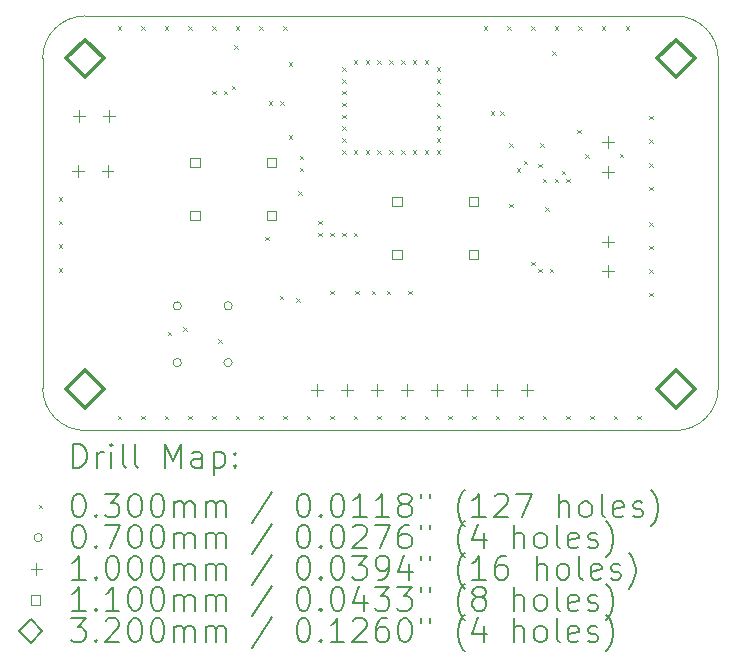
<source format=gbr>
%TF.GenerationSoftware,KiCad,Pcbnew,8.0.1*%
%TF.CreationDate,2025-02-14T21:54:50+08:00*%
%TF.ProjectId,SpeakerDriver,53706561-6b65-4724-9472-697665722e6b,rev?*%
%TF.SameCoordinates,Original*%
%TF.FileFunction,Drillmap*%
%TF.FilePolarity,Positive*%
%FSLAX45Y45*%
G04 Gerber Fmt 4.5, Leading zero omitted, Abs format (unit mm)*
G04 Created by KiCad (PCBNEW 8.0.1) date 2025-02-14 21:54:50*
%MOMM*%
%LPD*%
G01*
G04 APERTURE LIST*
%ADD10C,0.050000*%
%ADD11C,0.200000*%
%ADD12C,0.100000*%
%ADD13C,0.110000*%
%ADD14C,0.320000*%
G04 APERTURE END LIST*
D10*
X18170000Y-12000000D02*
G75*
G02*
X17810000Y-12360000I-360000J0D01*
G01*
X12450000Y-12000000D02*
X12450000Y-9210000D01*
X17810000Y-12360000D02*
X12810000Y-12360000D01*
X12810000Y-12360000D02*
G75*
G02*
X12450000Y-12000000I0J360000D01*
G01*
X12450000Y-9210000D02*
G75*
G02*
X12810000Y-8850000I360000J0D01*
G01*
X18170000Y-9210000D02*
X18170000Y-12000000D01*
X12810000Y-8850000D02*
X17810000Y-8850000D01*
X17810000Y-8850000D02*
G75*
G02*
X18170000Y-9210000I0J-360000D01*
G01*
D11*
D12*
X12585000Y-10385000D02*
X12615000Y-10415000D01*
X12615000Y-10385000D02*
X12585000Y-10415000D01*
X12585000Y-10585000D02*
X12615000Y-10615000D01*
X12615000Y-10585000D02*
X12585000Y-10615000D01*
X12585000Y-10785000D02*
X12615000Y-10815000D01*
X12615000Y-10785000D02*
X12585000Y-10815000D01*
X12585000Y-10985000D02*
X12615000Y-11015000D01*
X12615000Y-10985000D02*
X12585000Y-11015000D01*
X13085000Y-8935000D02*
X13115000Y-8965000D01*
X13115000Y-8935000D02*
X13085000Y-8965000D01*
X13085000Y-12235000D02*
X13115000Y-12265000D01*
X13115000Y-12235000D02*
X13085000Y-12265000D01*
X13285000Y-8935000D02*
X13315000Y-8965000D01*
X13315000Y-8935000D02*
X13285000Y-8965000D01*
X13285000Y-12235000D02*
X13315000Y-12265000D01*
X13315000Y-12235000D02*
X13285000Y-12265000D01*
X13485000Y-8935000D02*
X13515000Y-8965000D01*
X13515000Y-8935000D02*
X13485000Y-8965000D01*
X13485000Y-12235000D02*
X13515000Y-12265000D01*
X13515000Y-12235000D02*
X13485000Y-12265000D01*
X13510000Y-11525000D02*
X13540000Y-11555000D01*
X13540000Y-11525000D02*
X13510000Y-11555000D01*
X13640000Y-11488000D02*
X13670000Y-11518000D01*
X13670000Y-11488000D02*
X13640000Y-11518000D01*
X13685000Y-8935000D02*
X13715000Y-8965000D01*
X13715000Y-8935000D02*
X13685000Y-8965000D01*
X13685000Y-12235000D02*
X13715000Y-12265000D01*
X13715000Y-12235000D02*
X13685000Y-12265000D01*
X13885000Y-8935000D02*
X13915000Y-8965000D01*
X13915000Y-8935000D02*
X13885000Y-8965000D01*
X13885000Y-9485000D02*
X13915000Y-9515000D01*
X13915000Y-9485000D02*
X13885000Y-9515000D01*
X13885000Y-12235000D02*
X13915000Y-12265000D01*
X13915000Y-12235000D02*
X13885000Y-12265000D01*
X13935251Y-11588476D02*
X13965251Y-11618476D01*
X13965251Y-11588476D02*
X13935251Y-11618476D01*
X13985000Y-9485000D02*
X14015000Y-9515000D01*
X14015000Y-9485000D02*
X13985000Y-9515000D01*
X14050000Y-9440000D02*
X14080000Y-9470000D01*
X14080000Y-9440000D02*
X14050000Y-9470000D01*
X14070000Y-9100000D02*
X14100000Y-9130000D01*
X14100000Y-9100000D02*
X14070000Y-9130000D01*
X14085000Y-8935000D02*
X14115000Y-8965000D01*
X14115000Y-8935000D02*
X14085000Y-8965000D01*
X14085000Y-12235000D02*
X14115000Y-12265000D01*
X14115000Y-12235000D02*
X14085000Y-12265000D01*
X14285000Y-8935000D02*
X14315000Y-8965000D01*
X14315000Y-8935000D02*
X14285000Y-8965000D01*
X14285000Y-12235000D02*
X14315000Y-12265000D01*
X14315000Y-12235000D02*
X14285000Y-12265000D01*
X14335000Y-10720000D02*
X14365000Y-10750000D01*
X14365000Y-10720000D02*
X14335000Y-10750000D01*
X14365000Y-9570000D02*
X14395000Y-9600000D01*
X14395000Y-9570000D02*
X14365000Y-9600000D01*
X14457397Y-11217603D02*
X14487397Y-11247603D01*
X14487397Y-11217603D02*
X14457397Y-11247603D01*
X14460000Y-9570000D02*
X14490000Y-9600000D01*
X14490000Y-9570000D02*
X14460000Y-9600000D01*
X14485000Y-8935000D02*
X14515000Y-8965000D01*
X14515000Y-8935000D02*
X14485000Y-8965000D01*
X14485000Y-12235000D02*
X14515000Y-12265000D01*
X14515000Y-12235000D02*
X14485000Y-12265000D01*
X14535000Y-9243000D02*
X14565000Y-9273000D01*
X14565000Y-9243000D02*
X14535000Y-9273000D01*
X14535000Y-9860108D02*
X14565000Y-9890108D01*
X14565000Y-9860108D02*
X14535000Y-9890108D01*
X14599000Y-11240000D02*
X14629000Y-11270000D01*
X14629000Y-11240000D02*
X14599000Y-11270000D01*
X14615482Y-10335335D02*
X14645482Y-10365335D01*
X14645482Y-10335335D02*
X14615482Y-10365335D01*
X14625000Y-10035000D02*
X14655000Y-10065000D01*
X14655000Y-10035000D02*
X14625000Y-10065000D01*
X14625000Y-10135000D02*
X14655000Y-10165000D01*
X14655000Y-10135000D02*
X14625000Y-10165000D01*
X14685000Y-12235000D02*
X14715000Y-12265000D01*
X14715000Y-12235000D02*
X14685000Y-12265000D01*
X14785000Y-10585000D02*
X14815000Y-10615000D01*
X14815000Y-10585000D02*
X14785000Y-10615000D01*
X14785000Y-10685000D02*
X14815000Y-10715000D01*
X14815000Y-10685000D02*
X14785000Y-10715000D01*
X14885000Y-10685000D02*
X14915000Y-10715000D01*
X14915000Y-10685000D02*
X14885000Y-10715000D01*
X14885000Y-11175000D02*
X14915000Y-11205000D01*
X14915000Y-11175000D02*
X14885000Y-11205000D01*
X14885000Y-12235000D02*
X14915000Y-12265000D01*
X14915000Y-12235000D02*
X14885000Y-12265000D01*
X14985000Y-9285000D02*
X15015000Y-9315000D01*
X15015000Y-9285000D02*
X14985000Y-9315000D01*
X14985000Y-9385000D02*
X15015000Y-9415000D01*
X15015000Y-9385000D02*
X14985000Y-9415000D01*
X14985000Y-9485000D02*
X15015000Y-9515000D01*
X15015000Y-9485000D02*
X14985000Y-9515000D01*
X14985000Y-9585000D02*
X15015000Y-9615000D01*
X15015000Y-9585000D02*
X14985000Y-9615000D01*
X14985000Y-9685000D02*
X15015000Y-9715000D01*
X15015000Y-9685000D02*
X14985000Y-9715000D01*
X14985000Y-9785000D02*
X15015000Y-9815000D01*
X15015000Y-9785000D02*
X14985000Y-9815000D01*
X14985000Y-9885000D02*
X15015000Y-9915000D01*
X15015000Y-9885000D02*
X14985000Y-9915000D01*
X14985000Y-9985000D02*
X15015000Y-10015000D01*
X15015000Y-9985000D02*
X14985000Y-10015000D01*
X14985000Y-10685000D02*
X15015000Y-10715000D01*
X15015000Y-10685000D02*
X14985000Y-10715000D01*
X15085000Y-9225000D02*
X15115000Y-9255000D01*
X15115000Y-9225000D02*
X15085000Y-9255000D01*
X15085000Y-9985000D02*
X15115000Y-10015000D01*
X15115000Y-9985000D02*
X15085000Y-10015000D01*
X15085000Y-10685000D02*
X15115000Y-10715000D01*
X15115000Y-10685000D02*
X15085000Y-10715000D01*
X15085000Y-12235000D02*
X15115000Y-12265000D01*
X15115000Y-12235000D02*
X15085000Y-12265000D01*
X15095000Y-11175000D02*
X15125000Y-11205000D01*
X15125000Y-11175000D02*
X15095000Y-11205000D01*
X15185000Y-9225000D02*
X15215000Y-9255000D01*
X15215000Y-9225000D02*
X15185000Y-9255000D01*
X15185000Y-9985000D02*
X15215000Y-10015000D01*
X15215000Y-9985000D02*
X15185000Y-10015000D01*
X15235000Y-11175000D02*
X15265000Y-11205000D01*
X15265000Y-11175000D02*
X15235000Y-11205000D01*
X15285000Y-9225000D02*
X15315000Y-9255000D01*
X15315000Y-9225000D02*
X15285000Y-9255000D01*
X15285000Y-9985000D02*
X15315000Y-10015000D01*
X15315000Y-9985000D02*
X15285000Y-10015000D01*
X15285000Y-12235000D02*
X15315000Y-12265000D01*
X15315000Y-12235000D02*
X15285000Y-12265000D01*
X15365000Y-11175000D02*
X15395000Y-11205000D01*
X15395000Y-11175000D02*
X15365000Y-11205000D01*
X15385000Y-9225000D02*
X15415000Y-9255000D01*
X15415000Y-9225000D02*
X15385000Y-9255000D01*
X15385000Y-9985000D02*
X15415000Y-10015000D01*
X15415000Y-9985000D02*
X15385000Y-10015000D01*
X15485000Y-9225000D02*
X15515000Y-9255000D01*
X15515000Y-9225000D02*
X15485000Y-9255000D01*
X15485000Y-9985000D02*
X15515000Y-10015000D01*
X15515000Y-9985000D02*
X15485000Y-10015000D01*
X15485000Y-12235000D02*
X15515000Y-12265000D01*
X15515000Y-12235000D02*
X15485000Y-12265000D01*
X15545000Y-11175000D02*
X15575000Y-11205000D01*
X15575000Y-11175000D02*
X15545000Y-11205000D01*
X15585000Y-9225000D02*
X15615000Y-9255000D01*
X15615000Y-9225000D02*
X15585000Y-9255000D01*
X15585000Y-9985000D02*
X15615000Y-10015000D01*
X15615000Y-9985000D02*
X15585000Y-10015000D01*
X15685000Y-9225000D02*
X15715000Y-9255000D01*
X15715000Y-9225000D02*
X15685000Y-9255000D01*
X15685000Y-9985000D02*
X15715000Y-10015000D01*
X15715000Y-9985000D02*
X15685000Y-10015000D01*
X15685000Y-12235000D02*
X15715000Y-12265000D01*
X15715000Y-12235000D02*
X15685000Y-12265000D01*
X15785000Y-9285000D02*
X15815000Y-9315000D01*
X15815000Y-9285000D02*
X15785000Y-9315000D01*
X15785000Y-9385000D02*
X15815000Y-9415000D01*
X15815000Y-9385000D02*
X15785000Y-9415000D01*
X15785000Y-9485000D02*
X15815000Y-9515000D01*
X15815000Y-9485000D02*
X15785000Y-9515000D01*
X15785000Y-9585000D02*
X15815000Y-9615000D01*
X15815000Y-9585000D02*
X15785000Y-9615000D01*
X15785000Y-9685000D02*
X15815000Y-9715000D01*
X15815000Y-9685000D02*
X15785000Y-9715000D01*
X15785000Y-9785000D02*
X15815000Y-9815000D01*
X15815000Y-9785000D02*
X15785000Y-9815000D01*
X15785000Y-9885000D02*
X15815000Y-9915000D01*
X15815000Y-9885000D02*
X15785000Y-9915000D01*
X15785000Y-9985000D02*
X15815000Y-10015000D01*
X15815000Y-9985000D02*
X15785000Y-10015000D01*
X15885000Y-12235000D02*
X15915000Y-12265000D01*
X15915000Y-12235000D02*
X15885000Y-12265000D01*
X16085000Y-12235000D02*
X16115000Y-12265000D01*
X16115000Y-12235000D02*
X16085000Y-12265000D01*
X16185000Y-8935000D02*
X16215000Y-8965000D01*
X16215000Y-8935000D02*
X16185000Y-8965000D01*
X16245000Y-9655000D02*
X16275000Y-9685000D01*
X16275000Y-9655000D02*
X16245000Y-9685000D01*
X16285000Y-12235000D02*
X16315000Y-12265000D01*
X16315000Y-12235000D02*
X16285000Y-12265000D01*
X16325000Y-9655000D02*
X16355000Y-9685000D01*
X16355000Y-9655000D02*
X16325000Y-9685000D01*
X16385000Y-8935000D02*
X16415000Y-8965000D01*
X16415000Y-8935000D02*
X16385000Y-8965000D01*
X16400000Y-9930000D02*
X16430000Y-9960000D01*
X16430000Y-9930000D02*
X16400000Y-9960000D01*
X16400000Y-10440000D02*
X16430000Y-10470000D01*
X16430000Y-10440000D02*
X16400000Y-10470000D01*
X16464902Y-10137804D02*
X16494902Y-10167804D01*
X16494902Y-10137804D02*
X16464902Y-10167804D01*
X16485000Y-12235000D02*
X16515000Y-12265000D01*
X16515000Y-12235000D02*
X16485000Y-12265000D01*
X16525000Y-10075000D02*
X16555000Y-10105000D01*
X16555000Y-10075000D02*
X16525000Y-10105000D01*
X16585000Y-8935000D02*
X16615000Y-8965000D01*
X16615000Y-8935000D02*
X16585000Y-8965000D01*
X16585000Y-10930000D02*
X16615000Y-10960000D01*
X16615000Y-10930000D02*
X16585000Y-10960000D01*
X16645000Y-10102839D02*
X16675000Y-10132839D01*
X16675000Y-10102839D02*
X16645000Y-10132839D01*
X16645000Y-10990000D02*
X16675000Y-11020000D01*
X16675000Y-10990000D02*
X16645000Y-11020000D01*
X16661000Y-9930000D02*
X16691000Y-9960000D01*
X16691000Y-9930000D02*
X16661000Y-9960000D01*
X16685000Y-10230000D02*
X16715000Y-10260000D01*
X16715000Y-10230000D02*
X16685000Y-10260000D01*
X16685000Y-12235000D02*
X16715000Y-12265000D01*
X16715000Y-12235000D02*
X16685000Y-12265000D01*
X16705000Y-10470000D02*
X16735000Y-10500000D01*
X16735000Y-10470000D02*
X16705000Y-10500000D01*
X16745000Y-10990000D02*
X16775000Y-11020000D01*
X16775000Y-10990000D02*
X16745000Y-11020000D01*
X16765000Y-9150000D02*
X16795000Y-9180000D01*
X16795000Y-9150000D02*
X16765000Y-9180000D01*
X16785000Y-8935000D02*
X16815000Y-8965000D01*
X16815000Y-8935000D02*
X16785000Y-8965000D01*
X16785000Y-10230000D02*
X16815000Y-10260000D01*
X16815000Y-10230000D02*
X16785000Y-10260000D01*
X16845000Y-10158798D02*
X16875000Y-10188798D01*
X16875000Y-10158798D02*
X16845000Y-10188798D01*
X16885000Y-10230000D02*
X16915000Y-10260000D01*
X16915000Y-10230000D02*
X16885000Y-10260000D01*
X16885000Y-12235000D02*
X16915000Y-12265000D01*
X16915000Y-12235000D02*
X16885000Y-12265000D01*
X16975000Y-9815000D02*
X17005000Y-9845000D01*
X17005000Y-9815000D02*
X16975000Y-9845000D01*
X16985000Y-8935000D02*
X17015000Y-8965000D01*
X17015000Y-8935000D02*
X16985000Y-8965000D01*
X17045000Y-10020000D02*
X17075000Y-10050000D01*
X17075000Y-10020000D02*
X17045000Y-10050000D01*
X17085000Y-12235000D02*
X17115000Y-12265000D01*
X17115000Y-12235000D02*
X17085000Y-12265000D01*
X17185000Y-8935000D02*
X17215000Y-8965000D01*
X17215000Y-8935000D02*
X17185000Y-8965000D01*
X17285000Y-12235000D02*
X17315000Y-12265000D01*
X17315000Y-12235000D02*
X17285000Y-12265000D01*
X17335000Y-10015000D02*
X17365000Y-10045000D01*
X17365000Y-10015000D02*
X17335000Y-10045000D01*
X17385000Y-8935000D02*
X17415000Y-8965000D01*
X17415000Y-8935000D02*
X17385000Y-8965000D01*
X17485000Y-12235000D02*
X17515000Y-12265000D01*
X17515000Y-12235000D02*
X17485000Y-12265000D01*
X17585000Y-9695000D02*
X17615000Y-9725000D01*
X17615000Y-9695000D02*
X17585000Y-9725000D01*
X17585000Y-9895000D02*
X17615000Y-9925000D01*
X17615000Y-9895000D02*
X17585000Y-9925000D01*
X17585000Y-10095000D02*
X17615000Y-10125000D01*
X17615000Y-10095000D02*
X17585000Y-10125000D01*
X17585000Y-10295000D02*
X17615000Y-10325000D01*
X17615000Y-10295000D02*
X17585000Y-10325000D01*
X17585000Y-10595000D02*
X17615000Y-10625000D01*
X17615000Y-10595000D02*
X17585000Y-10625000D01*
X17585000Y-10795000D02*
X17615000Y-10825000D01*
X17615000Y-10795000D02*
X17585000Y-10825000D01*
X17585000Y-10995000D02*
X17615000Y-11025000D01*
X17615000Y-10995000D02*
X17585000Y-11025000D01*
X17585000Y-11195000D02*
X17615000Y-11225000D01*
X17615000Y-11195000D02*
X17585000Y-11225000D01*
X13625000Y-11305000D02*
G75*
G02*
X13555000Y-11305000I-35000J0D01*
G01*
X13555000Y-11305000D02*
G75*
G02*
X13625000Y-11305000I35000J0D01*
G01*
X13625000Y-11785000D02*
G75*
G02*
X13555000Y-11785000I-35000J0D01*
G01*
X13555000Y-11785000D02*
G75*
G02*
X13625000Y-11785000I35000J0D01*
G01*
X14055000Y-11305000D02*
G75*
G02*
X13985000Y-11305000I-35000J0D01*
G01*
X13985000Y-11305000D02*
G75*
G02*
X14055000Y-11305000I35000J0D01*
G01*
X14055000Y-11785000D02*
G75*
G02*
X13985000Y-11785000I-35000J0D01*
G01*
X13985000Y-11785000D02*
G75*
G02*
X14055000Y-11785000I35000J0D01*
G01*
X12750000Y-10110000D02*
X12750000Y-10210000D01*
X12700000Y-10160000D02*
X12800000Y-10160000D01*
X12756000Y-9650000D02*
X12756000Y-9750000D01*
X12706000Y-9700000D02*
X12806000Y-9700000D01*
X13000000Y-10110000D02*
X13000000Y-10210000D01*
X12950000Y-10160000D02*
X13050000Y-10160000D01*
X13010000Y-9650000D02*
X13010000Y-9750000D01*
X12960000Y-9700000D02*
X13060000Y-9700000D01*
X14772000Y-11970000D02*
X14772000Y-12070000D01*
X14722000Y-12020000D02*
X14822000Y-12020000D01*
X15026000Y-11970000D02*
X15026000Y-12070000D01*
X14976000Y-12020000D02*
X15076000Y-12020000D01*
X15280000Y-11970000D02*
X15280000Y-12070000D01*
X15230000Y-12020000D02*
X15330000Y-12020000D01*
X15534000Y-11970000D02*
X15534000Y-12070000D01*
X15484000Y-12020000D02*
X15584000Y-12020000D01*
X15788000Y-11970000D02*
X15788000Y-12070000D01*
X15738000Y-12020000D02*
X15838000Y-12020000D01*
X16042000Y-11970000D02*
X16042000Y-12070000D01*
X15992000Y-12020000D02*
X16092000Y-12020000D01*
X16296000Y-11970000D02*
X16296000Y-12070000D01*
X16246000Y-12020000D02*
X16346000Y-12020000D01*
X16550000Y-11970000D02*
X16550000Y-12070000D01*
X16500000Y-12020000D02*
X16600000Y-12020000D01*
X17235000Y-9870000D02*
X17235000Y-9970000D01*
X17185000Y-9920000D02*
X17285000Y-9920000D01*
X17235000Y-10120000D02*
X17235000Y-10220000D01*
X17185000Y-10170000D02*
X17285000Y-10170000D01*
X17235000Y-10710000D02*
X17235000Y-10810000D01*
X17185000Y-10760000D02*
X17285000Y-10760000D01*
X17235000Y-10960000D02*
X17235000Y-11060000D01*
X17185000Y-11010000D02*
X17285000Y-11010000D01*
D13*
X13778891Y-10128891D02*
X13778891Y-10051109D01*
X13701109Y-10051109D01*
X13701109Y-10128891D01*
X13778891Y-10128891D01*
X13778891Y-10578891D02*
X13778891Y-10501109D01*
X13701109Y-10501109D01*
X13701109Y-10578891D01*
X13778891Y-10578891D01*
X14428891Y-10128891D02*
X14428891Y-10051109D01*
X14351109Y-10051109D01*
X14351109Y-10128891D01*
X14428891Y-10128891D01*
X14428891Y-10578891D02*
X14428891Y-10501109D01*
X14351109Y-10501109D01*
X14351109Y-10578891D01*
X14428891Y-10578891D01*
X15488891Y-10458891D02*
X15488891Y-10381109D01*
X15411109Y-10381109D01*
X15411109Y-10458891D01*
X15488891Y-10458891D01*
X15488891Y-10908891D02*
X15488891Y-10831109D01*
X15411109Y-10831109D01*
X15411109Y-10908891D01*
X15488891Y-10908891D01*
X16138891Y-10458891D02*
X16138891Y-10381109D01*
X16061109Y-10381109D01*
X16061109Y-10458891D01*
X16138891Y-10458891D01*
X16138891Y-10908891D02*
X16138891Y-10831109D01*
X16061109Y-10831109D01*
X16061109Y-10908891D01*
X16138891Y-10908891D01*
D14*
X12810000Y-9370000D02*
X12970000Y-9210000D01*
X12810000Y-9050000D01*
X12650000Y-9210000D01*
X12810000Y-9370000D01*
X12810000Y-12170000D02*
X12970000Y-12010000D01*
X12810000Y-11850000D01*
X12650000Y-12010000D01*
X12810000Y-12170000D01*
X17810000Y-9370000D02*
X17970000Y-9210000D01*
X17810000Y-9050000D01*
X17650000Y-9210000D01*
X17810000Y-9370000D01*
X17810000Y-12170000D02*
X17970000Y-12010000D01*
X17810000Y-11850000D01*
X17650000Y-12010000D01*
X17810000Y-12170000D01*
D11*
X12708277Y-12673984D02*
X12708277Y-12473984D01*
X12708277Y-12473984D02*
X12755896Y-12473984D01*
X12755896Y-12473984D02*
X12784467Y-12483508D01*
X12784467Y-12483508D02*
X12803515Y-12502555D01*
X12803515Y-12502555D02*
X12813039Y-12521603D01*
X12813039Y-12521603D02*
X12822562Y-12559698D01*
X12822562Y-12559698D02*
X12822562Y-12588269D01*
X12822562Y-12588269D02*
X12813039Y-12626365D01*
X12813039Y-12626365D02*
X12803515Y-12645412D01*
X12803515Y-12645412D02*
X12784467Y-12664460D01*
X12784467Y-12664460D02*
X12755896Y-12673984D01*
X12755896Y-12673984D02*
X12708277Y-12673984D01*
X12908277Y-12673984D02*
X12908277Y-12540650D01*
X12908277Y-12578746D02*
X12917801Y-12559698D01*
X12917801Y-12559698D02*
X12927324Y-12550174D01*
X12927324Y-12550174D02*
X12946372Y-12540650D01*
X12946372Y-12540650D02*
X12965420Y-12540650D01*
X13032086Y-12673984D02*
X13032086Y-12540650D01*
X13032086Y-12473984D02*
X13022562Y-12483508D01*
X13022562Y-12483508D02*
X13032086Y-12493031D01*
X13032086Y-12493031D02*
X13041610Y-12483508D01*
X13041610Y-12483508D02*
X13032086Y-12473984D01*
X13032086Y-12473984D02*
X13032086Y-12493031D01*
X13155896Y-12673984D02*
X13136848Y-12664460D01*
X13136848Y-12664460D02*
X13127324Y-12645412D01*
X13127324Y-12645412D02*
X13127324Y-12473984D01*
X13260658Y-12673984D02*
X13241610Y-12664460D01*
X13241610Y-12664460D02*
X13232086Y-12645412D01*
X13232086Y-12645412D02*
X13232086Y-12473984D01*
X13489229Y-12673984D02*
X13489229Y-12473984D01*
X13489229Y-12473984D02*
X13555896Y-12616841D01*
X13555896Y-12616841D02*
X13622562Y-12473984D01*
X13622562Y-12473984D02*
X13622562Y-12673984D01*
X13803515Y-12673984D02*
X13803515Y-12569222D01*
X13803515Y-12569222D02*
X13793991Y-12550174D01*
X13793991Y-12550174D02*
X13774943Y-12540650D01*
X13774943Y-12540650D02*
X13736848Y-12540650D01*
X13736848Y-12540650D02*
X13717801Y-12550174D01*
X13803515Y-12664460D02*
X13784467Y-12673984D01*
X13784467Y-12673984D02*
X13736848Y-12673984D01*
X13736848Y-12673984D02*
X13717801Y-12664460D01*
X13717801Y-12664460D02*
X13708277Y-12645412D01*
X13708277Y-12645412D02*
X13708277Y-12626365D01*
X13708277Y-12626365D02*
X13717801Y-12607317D01*
X13717801Y-12607317D02*
X13736848Y-12597793D01*
X13736848Y-12597793D02*
X13784467Y-12597793D01*
X13784467Y-12597793D02*
X13803515Y-12588269D01*
X13898753Y-12540650D02*
X13898753Y-12740650D01*
X13898753Y-12550174D02*
X13917801Y-12540650D01*
X13917801Y-12540650D02*
X13955896Y-12540650D01*
X13955896Y-12540650D02*
X13974943Y-12550174D01*
X13974943Y-12550174D02*
X13984467Y-12559698D01*
X13984467Y-12559698D02*
X13993991Y-12578746D01*
X13993991Y-12578746D02*
X13993991Y-12635888D01*
X13993991Y-12635888D02*
X13984467Y-12654936D01*
X13984467Y-12654936D02*
X13974943Y-12664460D01*
X13974943Y-12664460D02*
X13955896Y-12673984D01*
X13955896Y-12673984D02*
X13917801Y-12673984D01*
X13917801Y-12673984D02*
X13898753Y-12664460D01*
X14079705Y-12654936D02*
X14089229Y-12664460D01*
X14089229Y-12664460D02*
X14079705Y-12673984D01*
X14079705Y-12673984D02*
X14070182Y-12664460D01*
X14070182Y-12664460D02*
X14079705Y-12654936D01*
X14079705Y-12654936D02*
X14079705Y-12673984D01*
X14079705Y-12550174D02*
X14089229Y-12559698D01*
X14089229Y-12559698D02*
X14079705Y-12569222D01*
X14079705Y-12569222D02*
X14070182Y-12559698D01*
X14070182Y-12559698D02*
X14079705Y-12550174D01*
X14079705Y-12550174D02*
X14079705Y-12569222D01*
D12*
X12417500Y-12987500D02*
X12447500Y-13017500D01*
X12447500Y-12987500D02*
X12417500Y-13017500D01*
D11*
X12746372Y-12893984D02*
X12765420Y-12893984D01*
X12765420Y-12893984D02*
X12784467Y-12903508D01*
X12784467Y-12903508D02*
X12793991Y-12913031D01*
X12793991Y-12913031D02*
X12803515Y-12932079D01*
X12803515Y-12932079D02*
X12813039Y-12970174D01*
X12813039Y-12970174D02*
X12813039Y-13017793D01*
X12813039Y-13017793D02*
X12803515Y-13055888D01*
X12803515Y-13055888D02*
X12793991Y-13074936D01*
X12793991Y-13074936D02*
X12784467Y-13084460D01*
X12784467Y-13084460D02*
X12765420Y-13093984D01*
X12765420Y-13093984D02*
X12746372Y-13093984D01*
X12746372Y-13093984D02*
X12727324Y-13084460D01*
X12727324Y-13084460D02*
X12717801Y-13074936D01*
X12717801Y-13074936D02*
X12708277Y-13055888D01*
X12708277Y-13055888D02*
X12698753Y-13017793D01*
X12698753Y-13017793D02*
X12698753Y-12970174D01*
X12698753Y-12970174D02*
X12708277Y-12932079D01*
X12708277Y-12932079D02*
X12717801Y-12913031D01*
X12717801Y-12913031D02*
X12727324Y-12903508D01*
X12727324Y-12903508D02*
X12746372Y-12893984D01*
X12898753Y-13074936D02*
X12908277Y-13084460D01*
X12908277Y-13084460D02*
X12898753Y-13093984D01*
X12898753Y-13093984D02*
X12889229Y-13084460D01*
X12889229Y-13084460D02*
X12898753Y-13074936D01*
X12898753Y-13074936D02*
X12898753Y-13093984D01*
X12974943Y-12893984D02*
X13098753Y-12893984D01*
X13098753Y-12893984D02*
X13032086Y-12970174D01*
X13032086Y-12970174D02*
X13060658Y-12970174D01*
X13060658Y-12970174D02*
X13079705Y-12979698D01*
X13079705Y-12979698D02*
X13089229Y-12989222D01*
X13089229Y-12989222D02*
X13098753Y-13008269D01*
X13098753Y-13008269D02*
X13098753Y-13055888D01*
X13098753Y-13055888D02*
X13089229Y-13074936D01*
X13089229Y-13074936D02*
X13079705Y-13084460D01*
X13079705Y-13084460D02*
X13060658Y-13093984D01*
X13060658Y-13093984D02*
X13003515Y-13093984D01*
X13003515Y-13093984D02*
X12984467Y-13084460D01*
X12984467Y-13084460D02*
X12974943Y-13074936D01*
X13222562Y-12893984D02*
X13241610Y-12893984D01*
X13241610Y-12893984D02*
X13260658Y-12903508D01*
X13260658Y-12903508D02*
X13270182Y-12913031D01*
X13270182Y-12913031D02*
X13279705Y-12932079D01*
X13279705Y-12932079D02*
X13289229Y-12970174D01*
X13289229Y-12970174D02*
X13289229Y-13017793D01*
X13289229Y-13017793D02*
X13279705Y-13055888D01*
X13279705Y-13055888D02*
X13270182Y-13074936D01*
X13270182Y-13074936D02*
X13260658Y-13084460D01*
X13260658Y-13084460D02*
X13241610Y-13093984D01*
X13241610Y-13093984D02*
X13222562Y-13093984D01*
X13222562Y-13093984D02*
X13203515Y-13084460D01*
X13203515Y-13084460D02*
X13193991Y-13074936D01*
X13193991Y-13074936D02*
X13184467Y-13055888D01*
X13184467Y-13055888D02*
X13174943Y-13017793D01*
X13174943Y-13017793D02*
X13174943Y-12970174D01*
X13174943Y-12970174D02*
X13184467Y-12932079D01*
X13184467Y-12932079D02*
X13193991Y-12913031D01*
X13193991Y-12913031D02*
X13203515Y-12903508D01*
X13203515Y-12903508D02*
X13222562Y-12893984D01*
X13413039Y-12893984D02*
X13432086Y-12893984D01*
X13432086Y-12893984D02*
X13451134Y-12903508D01*
X13451134Y-12903508D02*
X13460658Y-12913031D01*
X13460658Y-12913031D02*
X13470182Y-12932079D01*
X13470182Y-12932079D02*
X13479705Y-12970174D01*
X13479705Y-12970174D02*
X13479705Y-13017793D01*
X13479705Y-13017793D02*
X13470182Y-13055888D01*
X13470182Y-13055888D02*
X13460658Y-13074936D01*
X13460658Y-13074936D02*
X13451134Y-13084460D01*
X13451134Y-13084460D02*
X13432086Y-13093984D01*
X13432086Y-13093984D02*
X13413039Y-13093984D01*
X13413039Y-13093984D02*
X13393991Y-13084460D01*
X13393991Y-13084460D02*
X13384467Y-13074936D01*
X13384467Y-13074936D02*
X13374943Y-13055888D01*
X13374943Y-13055888D02*
X13365420Y-13017793D01*
X13365420Y-13017793D02*
X13365420Y-12970174D01*
X13365420Y-12970174D02*
X13374943Y-12932079D01*
X13374943Y-12932079D02*
X13384467Y-12913031D01*
X13384467Y-12913031D02*
X13393991Y-12903508D01*
X13393991Y-12903508D02*
X13413039Y-12893984D01*
X13565420Y-13093984D02*
X13565420Y-12960650D01*
X13565420Y-12979698D02*
X13574943Y-12970174D01*
X13574943Y-12970174D02*
X13593991Y-12960650D01*
X13593991Y-12960650D02*
X13622563Y-12960650D01*
X13622563Y-12960650D02*
X13641610Y-12970174D01*
X13641610Y-12970174D02*
X13651134Y-12989222D01*
X13651134Y-12989222D02*
X13651134Y-13093984D01*
X13651134Y-12989222D02*
X13660658Y-12970174D01*
X13660658Y-12970174D02*
X13679705Y-12960650D01*
X13679705Y-12960650D02*
X13708277Y-12960650D01*
X13708277Y-12960650D02*
X13727324Y-12970174D01*
X13727324Y-12970174D02*
X13736848Y-12989222D01*
X13736848Y-12989222D02*
X13736848Y-13093984D01*
X13832086Y-13093984D02*
X13832086Y-12960650D01*
X13832086Y-12979698D02*
X13841610Y-12970174D01*
X13841610Y-12970174D02*
X13860658Y-12960650D01*
X13860658Y-12960650D02*
X13889229Y-12960650D01*
X13889229Y-12960650D02*
X13908277Y-12970174D01*
X13908277Y-12970174D02*
X13917801Y-12989222D01*
X13917801Y-12989222D02*
X13917801Y-13093984D01*
X13917801Y-12989222D02*
X13927324Y-12970174D01*
X13927324Y-12970174D02*
X13946372Y-12960650D01*
X13946372Y-12960650D02*
X13974943Y-12960650D01*
X13974943Y-12960650D02*
X13993991Y-12970174D01*
X13993991Y-12970174D02*
X14003515Y-12989222D01*
X14003515Y-12989222D02*
X14003515Y-13093984D01*
X14393991Y-12884460D02*
X14222563Y-13141603D01*
X14651134Y-12893984D02*
X14670182Y-12893984D01*
X14670182Y-12893984D02*
X14689229Y-12903508D01*
X14689229Y-12903508D02*
X14698753Y-12913031D01*
X14698753Y-12913031D02*
X14708277Y-12932079D01*
X14708277Y-12932079D02*
X14717801Y-12970174D01*
X14717801Y-12970174D02*
X14717801Y-13017793D01*
X14717801Y-13017793D02*
X14708277Y-13055888D01*
X14708277Y-13055888D02*
X14698753Y-13074936D01*
X14698753Y-13074936D02*
X14689229Y-13084460D01*
X14689229Y-13084460D02*
X14670182Y-13093984D01*
X14670182Y-13093984D02*
X14651134Y-13093984D01*
X14651134Y-13093984D02*
X14632086Y-13084460D01*
X14632086Y-13084460D02*
X14622563Y-13074936D01*
X14622563Y-13074936D02*
X14613039Y-13055888D01*
X14613039Y-13055888D02*
X14603515Y-13017793D01*
X14603515Y-13017793D02*
X14603515Y-12970174D01*
X14603515Y-12970174D02*
X14613039Y-12932079D01*
X14613039Y-12932079D02*
X14622563Y-12913031D01*
X14622563Y-12913031D02*
X14632086Y-12903508D01*
X14632086Y-12903508D02*
X14651134Y-12893984D01*
X14803515Y-13074936D02*
X14813039Y-13084460D01*
X14813039Y-13084460D02*
X14803515Y-13093984D01*
X14803515Y-13093984D02*
X14793991Y-13084460D01*
X14793991Y-13084460D02*
X14803515Y-13074936D01*
X14803515Y-13074936D02*
X14803515Y-13093984D01*
X14936848Y-12893984D02*
X14955896Y-12893984D01*
X14955896Y-12893984D02*
X14974944Y-12903508D01*
X14974944Y-12903508D02*
X14984467Y-12913031D01*
X14984467Y-12913031D02*
X14993991Y-12932079D01*
X14993991Y-12932079D02*
X15003515Y-12970174D01*
X15003515Y-12970174D02*
X15003515Y-13017793D01*
X15003515Y-13017793D02*
X14993991Y-13055888D01*
X14993991Y-13055888D02*
X14984467Y-13074936D01*
X14984467Y-13074936D02*
X14974944Y-13084460D01*
X14974944Y-13084460D02*
X14955896Y-13093984D01*
X14955896Y-13093984D02*
X14936848Y-13093984D01*
X14936848Y-13093984D02*
X14917801Y-13084460D01*
X14917801Y-13084460D02*
X14908277Y-13074936D01*
X14908277Y-13074936D02*
X14898753Y-13055888D01*
X14898753Y-13055888D02*
X14889229Y-13017793D01*
X14889229Y-13017793D02*
X14889229Y-12970174D01*
X14889229Y-12970174D02*
X14898753Y-12932079D01*
X14898753Y-12932079D02*
X14908277Y-12913031D01*
X14908277Y-12913031D02*
X14917801Y-12903508D01*
X14917801Y-12903508D02*
X14936848Y-12893984D01*
X15193991Y-13093984D02*
X15079706Y-13093984D01*
X15136848Y-13093984D02*
X15136848Y-12893984D01*
X15136848Y-12893984D02*
X15117801Y-12922555D01*
X15117801Y-12922555D02*
X15098753Y-12941603D01*
X15098753Y-12941603D02*
X15079706Y-12951127D01*
X15384467Y-13093984D02*
X15270182Y-13093984D01*
X15327325Y-13093984D02*
X15327325Y-12893984D01*
X15327325Y-12893984D02*
X15308277Y-12922555D01*
X15308277Y-12922555D02*
X15289229Y-12941603D01*
X15289229Y-12941603D02*
X15270182Y-12951127D01*
X15498753Y-12979698D02*
X15479706Y-12970174D01*
X15479706Y-12970174D02*
X15470182Y-12960650D01*
X15470182Y-12960650D02*
X15460658Y-12941603D01*
X15460658Y-12941603D02*
X15460658Y-12932079D01*
X15460658Y-12932079D02*
X15470182Y-12913031D01*
X15470182Y-12913031D02*
X15479706Y-12903508D01*
X15479706Y-12903508D02*
X15498753Y-12893984D01*
X15498753Y-12893984D02*
X15536848Y-12893984D01*
X15536848Y-12893984D02*
X15555896Y-12903508D01*
X15555896Y-12903508D02*
X15565420Y-12913031D01*
X15565420Y-12913031D02*
X15574944Y-12932079D01*
X15574944Y-12932079D02*
X15574944Y-12941603D01*
X15574944Y-12941603D02*
X15565420Y-12960650D01*
X15565420Y-12960650D02*
X15555896Y-12970174D01*
X15555896Y-12970174D02*
X15536848Y-12979698D01*
X15536848Y-12979698D02*
X15498753Y-12979698D01*
X15498753Y-12979698D02*
X15479706Y-12989222D01*
X15479706Y-12989222D02*
X15470182Y-12998746D01*
X15470182Y-12998746D02*
X15460658Y-13017793D01*
X15460658Y-13017793D02*
X15460658Y-13055888D01*
X15460658Y-13055888D02*
X15470182Y-13074936D01*
X15470182Y-13074936D02*
X15479706Y-13084460D01*
X15479706Y-13084460D02*
X15498753Y-13093984D01*
X15498753Y-13093984D02*
X15536848Y-13093984D01*
X15536848Y-13093984D02*
X15555896Y-13084460D01*
X15555896Y-13084460D02*
X15565420Y-13074936D01*
X15565420Y-13074936D02*
X15574944Y-13055888D01*
X15574944Y-13055888D02*
X15574944Y-13017793D01*
X15574944Y-13017793D02*
X15565420Y-12998746D01*
X15565420Y-12998746D02*
X15555896Y-12989222D01*
X15555896Y-12989222D02*
X15536848Y-12979698D01*
X15651134Y-12893984D02*
X15651134Y-12932079D01*
X15727325Y-12893984D02*
X15727325Y-12932079D01*
X16022563Y-13170174D02*
X16013039Y-13160650D01*
X16013039Y-13160650D02*
X15993991Y-13132079D01*
X15993991Y-13132079D02*
X15984468Y-13113031D01*
X15984468Y-13113031D02*
X15974944Y-13084460D01*
X15974944Y-13084460D02*
X15965420Y-13036841D01*
X15965420Y-13036841D02*
X15965420Y-12998746D01*
X15965420Y-12998746D02*
X15974944Y-12951127D01*
X15974944Y-12951127D02*
X15984468Y-12922555D01*
X15984468Y-12922555D02*
X15993991Y-12903508D01*
X15993991Y-12903508D02*
X16013039Y-12874936D01*
X16013039Y-12874936D02*
X16022563Y-12865412D01*
X16203515Y-13093984D02*
X16089229Y-13093984D01*
X16146372Y-13093984D02*
X16146372Y-12893984D01*
X16146372Y-12893984D02*
X16127325Y-12922555D01*
X16127325Y-12922555D02*
X16108277Y-12941603D01*
X16108277Y-12941603D02*
X16089229Y-12951127D01*
X16279706Y-12913031D02*
X16289229Y-12903508D01*
X16289229Y-12903508D02*
X16308277Y-12893984D01*
X16308277Y-12893984D02*
X16355896Y-12893984D01*
X16355896Y-12893984D02*
X16374944Y-12903508D01*
X16374944Y-12903508D02*
X16384468Y-12913031D01*
X16384468Y-12913031D02*
X16393991Y-12932079D01*
X16393991Y-12932079D02*
X16393991Y-12951127D01*
X16393991Y-12951127D02*
X16384468Y-12979698D01*
X16384468Y-12979698D02*
X16270182Y-13093984D01*
X16270182Y-13093984D02*
X16393991Y-13093984D01*
X16460658Y-12893984D02*
X16593991Y-12893984D01*
X16593991Y-12893984D02*
X16508277Y-13093984D01*
X16822563Y-13093984D02*
X16822563Y-12893984D01*
X16908277Y-13093984D02*
X16908277Y-12989222D01*
X16908277Y-12989222D02*
X16898753Y-12970174D01*
X16898753Y-12970174D02*
X16879706Y-12960650D01*
X16879706Y-12960650D02*
X16851134Y-12960650D01*
X16851134Y-12960650D02*
X16832087Y-12970174D01*
X16832087Y-12970174D02*
X16822563Y-12979698D01*
X17032087Y-13093984D02*
X17013039Y-13084460D01*
X17013039Y-13084460D02*
X17003515Y-13074936D01*
X17003515Y-13074936D02*
X16993992Y-13055888D01*
X16993992Y-13055888D02*
X16993992Y-12998746D01*
X16993992Y-12998746D02*
X17003515Y-12979698D01*
X17003515Y-12979698D02*
X17013039Y-12970174D01*
X17013039Y-12970174D02*
X17032087Y-12960650D01*
X17032087Y-12960650D02*
X17060658Y-12960650D01*
X17060658Y-12960650D02*
X17079706Y-12970174D01*
X17079706Y-12970174D02*
X17089230Y-12979698D01*
X17089230Y-12979698D02*
X17098753Y-12998746D01*
X17098753Y-12998746D02*
X17098753Y-13055888D01*
X17098753Y-13055888D02*
X17089230Y-13074936D01*
X17089230Y-13074936D02*
X17079706Y-13084460D01*
X17079706Y-13084460D02*
X17060658Y-13093984D01*
X17060658Y-13093984D02*
X17032087Y-13093984D01*
X17213039Y-13093984D02*
X17193992Y-13084460D01*
X17193992Y-13084460D02*
X17184468Y-13065412D01*
X17184468Y-13065412D02*
X17184468Y-12893984D01*
X17365420Y-13084460D02*
X17346373Y-13093984D01*
X17346373Y-13093984D02*
X17308277Y-13093984D01*
X17308277Y-13093984D02*
X17289230Y-13084460D01*
X17289230Y-13084460D02*
X17279706Y-13065412D01*
X17279706Y-13065412D02*
X17279706Y-12989222D01*
X17279706Y-12989222D02*
X17289230Y-12970174D01*
X17289230Y-12970174D02*
X17308277Y-12960650D01*
X17308277Y-12960650D02*
X17346373Y-12960650D01*
X17346373Y-12960650D02*
X17365420Y-12970174D01*
X17365420Y-12970174D02*
X17374944Y-12989222D01*
X17374944Y-12989222D02*
X17374944Y-13008269D01*
X17374944Y-13008269D02*
X17279706Y-13027317D01*
X17451134Y-13084460D02*
X17470182Y-13093984D01*
X17470182Y-13093984D02*
X17508277Y-13093984D01*
X17508277Y-13093984D02*
X17527325Y-13084460D01*
X17527325Y-13084460D02*
X17536849Y-13065412D01*
X17536849Y-13065412D02*
X17536849Y-13055888D01*
X17536849Y-13055888D02*
X17527325Y-13036841D01*
X17527325Y-13036841D02*
X17508277Y-13027317D01*
X17508277Y-13027317D02*
X17479706Y-13027317D01*
X17479706Y-13027317D02*
X17460658Y-13017793D01*
X17460658Y-13017793D02*
X17451134Y-12998746D01*
X17451134Y-12998746D02*
X17451134Y-12989222D01*
X17451134Y-12989222D02*
X17460658Y-12970174D01*
X17460658Y-12970174D02*
X17479706Y-12960650D01*
X17479706Y-12960650D02*
X17508277Y-12960650D01*
X17508277Y-12960650D02*
X17527325Y-12970174D01*
X17603515Y-13170174D02*
X17613039Y-13160650D01*
X17613039Y-13160650D02*
X17632087Y-13132079D01*
X17632087Y-13132079D02*
X17641611Y-13113031D01*
X17641611Y-13113031D02*
X17651134Y-13084460D01*
X17651134Y-13084460D02*
X17660658Y-13036841D01*
X17660658Y-13036841D02*
X17660658Y-12998746D01*
X17660658Y-12998746D02*
X17651134Y-12951127D01*
X17651134Y-12951127D02*
X17641611Y-12922555D01*
X17641611Y-12922555D02*
X17632087Y-12903508D01*
X17632087Y-12903508D02*
X17613039Y-12874936D01*
X17613039Y-12874936D02*
X17603515Y-12865412D01*
D12*
X12447500Y-13266500D02*
G75*
G02*
X12377500Y-13266500I-35000J0D01*
G01*
X12377500Y-13266500D02*
G75*
G02*
X12447500Y-13266500I35000J0D01*
G01*
D11*
X12746372Y-13157984D02*
X12765420Y-13157984D01*
X12765420Y-13157984D02*
X12784467Y-13167508D01*
X12784467Y-13167508D02*
X12793991Y-13177031D01*
X12793991Y-13177031D02*
X12803515Y-13196079D01*
X12803515Y-13196079D02*
X12813039Y-13234174D01*
X12813039Y-13234174D02*
X12813039Y-13281793D01*
X12813039Y-13281793D02*
X12803515Y-13319888D01*
X12803515Y-13319888D02*
X12793991Y-13338936D01*
X12793991Y-13338936D02*
X12784467Y-13348460D01*
X12784467Y-13348460D02*
X12765420Y-13357984D01*
X12765420Y-13357984D02*
X12746372Y-13357984D01*
X12746372Y-13357984D02*
X12727324Y-13348460D01*
X12727324Y-13348460D02*
X12717801Y-13338936D01*
X12717801Y-13338936D02*
X12708277Y-13319888D01*
X12708277Y-13319888D02*
X12698753Y-13281793D01*
X12698753Y-13281793D02*
X12698753Y-13234174D01*
X12698753Y-13234174D02*
X12708277Y-13196079D01*
X12708277Y-13196079D02*
X12717801Y-13177031D01*
X12717801Y-13177031D02*
X12727324Y-13167508D01*
X12727324Y-13167508D02*
X12746372Y-13157984D01*
X12898753Y-13338936D02*
X12908277Y-13348460D01*
X12908277Y-13348460D02*
X12898753Y-13357984D01*
X12898753Y-13357984D02*
X12889229Y-13348460D01*
X12889229Y-13348460D02*
X12898753Y-13338936D01*
X12898753Y-13338936D02*
X12898753Y-13357984D01*
X12974943Y-13157984D02*
X13108277Y-13157984D01*
X13108277Y-13157984D02*
X13022562Y-13357984D01*
X13222562Y-13157984D02*
X13241610Y-13157984D01*
X13241610Y-13157984D02*
X13260658Y-13167508D01*
X13260658Y-13167508D02*
X13270182Y-13177031D01*
X13270182Y-13177031D02*
X13279705Y-13196079D01*
X13279705Y-13196079D02*
X13289229Y-13234174D01*
X13289229Y-13234174D02*
X13289229Y-13281793D01*
X13289229Y-13281793D02*
X13279705Y-13319888D01*
X13279705Y-13319888D02*
X13270182Y-13338936D01*
X13270182Y-13338936D02*
X13260658Y-13348460D01*
X13260658Y-13348460D02*
X13241610Y-13357984D01*
X13241610Y-13357984D02*
X13222562Y-13357984D01*
X13222562Y-13357984D02*
X13203515Y-13348460D01*
X13203515Y-13348460D02*
X13193991Y-13338936D01*
X13193991Y-13338936D02*
X13184467Y-13319888D01*
X13184467Y-13319888D02*
X13174943Y-13281793D01*
X13174943Y-13281793D02*
X13174943Y-13234174D01*
X13174943Y-13234174D02*
X13184467Y-13196079D01*
X13184467Y-13196079D02*
X13193991Y-13177031D01*
X13193991Y-13177031D02*
X13203515Y-13167508D01*
X13203515Y-13167508D02*
X13222562Y-13157984D01*
X13413039Y-13157984D02*
X13432086Y-13157984D01*
X13432086Y-13157984D02*
X13451134Y-13167508D01*
X13451134Y-13167508D02*
X13460658Y-13177031D01*
X13460658Y-13177031D02*
X13470182Y-13196079D01*
X13470182Y-13196079D02*
X13479705Y-13234174D01*
X13479705Y-13234174D02*
X13479705Y-13281793D01*
X13479705Y-13281793D02*
X13470182Y-13319888D01*
X13470182Y-13319888D02*
X13460658Y-13338936D01*
X13460658Y-13338936D02*
X13451134Y-13348460D01*
X13451134Y-13348460D02*
X13432086Y-13357984D01*
X13432086Y-13357984D02*
X13413039Y-13357984D01*
X13413039Y-13357984D02*
X13393991Y-13348460D01*
X13393991Y-13348460D02*
X13384467Y-13338936D01*
X13384467Y-13338936D02*
X13374943Y-13319888D01*
X13374943Y-13319888D02*
X13365420Y-13281793D01*
X13365420Y-13281793D02*
X13365420Y-13234174D01*
X13365420Y-13234174D02*
X13374943Y-13196079D01*
X13374943Y-13196079D02*
X13384467Y-13177031D01*
X13384467Y-13177031D02*
X13393991Y-13167508D01*
X13393991Y-13167508D02*
X13413039Y-13157984D01*
X13565420Y-13357984D02*
X13565420Y-13224650D01*
X13565420Y-13243698D02*
X13574943Y-13234174D01*
X13574943Y-13234174D02*
X13593991Y-13224650D01*
X13593991Y-13224650D02*
X13622563Y-13224650D01*
X13622563Y-13224650D02*
X13641610Y-13234174D01*
X13641610Y-13234174D02*
X13651134Y-13253222D01*
X13651134Y-13253222D02*
X13651134Y-13357984D01*
X13651134Y-13253222D02*
X13660658Y-13234174D01*
X13660658Y-13234174D02*
X13679705Y-13224650D01*
X13679705Y-13224650D02*
X13708277Y-13224650D01*
X13708277Y-13224650D02*
X13727324Y-13234174D01*
X13727324Y-13234174D02*
X13736848Y-13253222D01*
X13736848Y-13253222D02*
X13736848Y-13357984D01*
X13832086Y-13357984D02*
X13832086Y-13224650D01*
X13832086Y-13243698D02*
X13841610Y-13234174D01*
X13841610Y-13234174D02*
X13860658Y-13224650D01*
X13860658Y-13224650D02*
X13889229Y-13224650D01*
X13889229Y-13224650D02*
X13908277Y-13234174D01*
X13908277Y-13234174D02*
X13917801Y-13253222D01*
X13917801Y-13253222D02*
X13917801Y-13357984D01*
X13917801Y-13253222D02*
X13927324Y-13234174D01*
X13927324Y-13234174D02*
X13946372Y-13224650D01*
X13946372Y-13224650D02*
X13974943Y-13224650D01*
X13974943Y-13224650D02*
X13993991Y-13234174D01*
X13993991Y-13234174D02*
X14003515Y-13253222D01*
X14003515Y-13253222D02*
X14003515Y-13357984D01*
X14393991Y-13148460D02*
X14222563Y-13405603D01*
X14651134Y-13157984D02*
X14670182Y-13157984D01*
X14670182Y-13157984D02*
X14689229Y-13167508D01*
X14689229Y-13167508D02*
X14698753Y-13177031D01*
X14698753Y-13177031D02*
X14708277Y-13196079D01*
X14708277Y-13196079D02*
X14717801Y-13234174D01*
X14717801Y-13234174D02*
X14717801Y-13281793D01*
X14717801Y-13281793D02*
X14708277Y-13319888D01*
X14708277Y-13319888D02*
X14698753Y-13338936D01*
X14698753Y-13338936D02*
X14689229Y-13348460D01*
X14689229Y-13348460D02*
X14670182Y-13357984D01*
X14670182Y-13357984D02*
X14651134Y-13357984D01*
X14651134Y-13357984D02*
X14632086Y-13348460D01*
X14632086Y-13348460D02*
X14622563Y-13338936D01*
X14622563Y-13338936D02*
X14613039Y-13319888D01*
X14613039Y-13319888D02*
X14603515Y-13281793D01*
X14603515Y-13281793D02*
X14603515Y-13234174D01*
X14603515Y-13234174D02*
X14613039Y-13196079D01*
X14613039Y-13196079D02*
X14622563Y-13177031D01*
X14622563Y-13177031D02*
X14632086Y-13167508D01*
X14632086Y-13167508D02*
X14651134Y-13157984D01*
X14803515Y-13338936D02*
X14813039Y-13348460D01*
X14813039Y-13348460D02*
X14803515Y-13357984D01*
X14803515Y-13357984D02*
X14793991Y-13348460D01*
X14793991Y-13348460D02*
X14803515Y-13338936D01*
X14803515Y-13338936D02*
X14803515Y-13357984D01*
X14936848Y-13157984D02*
X14955896Y-13157984D01*
X14955896Y-13157984D02*
X14974944Y-13167508D01*
X14974944Y-13167508D02*
X14984467Y-13177031D01*
X14984467Y-13177031D02*
X14993991Y-13196079D01*
X14993991Y-13196079D02*
X15003515Y-13234174D01*
X15003515Y-13234174D02*
X15003515Y-13281793D01*
X15003515Y-13281793D02*
X14993991Y-13319888D01*
X14993991Y-13319888D02*
X14984467Y-13338936D01*
X14984467Y-13338936D02*
X14974944Y-13348460D01*
X14974944Y-13348460D02*
X14955896Y-13357984D01*
X14955896Y-13357984D02*
X14936848Y-13357984D01*
X14936848Y-13357984D02*
X14917801Y-13348460D01*
X14917801Y-13348460D02*
X14908277Y-13338936D01*
X14908277Y-13338936D02*
X14898753Y-13319888D01*
X14898753Y-13319888D02*
X14889229Y-13281793D01*
X14889229Y-13281793D02*
X14889229Y-13234174D01*
X14889229Y-13234174D02*
X14898753Y-13196079D01*
X14898753Y-13196079D02*
X14908277Y-13177031D01*
X14908277Y-13177031D02*
X14917801Y-13167508D01*
X14917801Y-13167508D02*
X14936848Y-13157984D01*
X15079706Y-13177031D02*
X15089229Y-13167508D01*
X15089229Y-13167508D02*
X15108277Y-13157984D01*
X15108277Y-13157984D02*
X15155896Y-13157984D01*
X15155896Y-13157984D02*
X15174944Y-13167508D01*
X15174944Y-13167508D02*
X15184467Y-13177031D01*
X15184467Y-13177031D02*
X15193991Y-13196079D01*
X15193991Y-13196079D02*
X15193991Y-13215127D01*
X15193991Y-13215127D02*
X15184467Y-13243698D01*
X15184467Y-13243698D02*
X15070182Y-13357984D01*
X15070182Y-13357984D02*
X15193991Y-13357984D01*
X15260658Y-13157984D02*
X15393991Y-13157984D01*
X15393991Y-13157984D02*
X15308277Y-13357984D01*
X15555896Y-13157984D02*
X15517801Y-13157984D01*
X15517801Y-13157984D02*
X15498753Y-13167508D01*
X15498753Y-13167508D02*
X15489229Y-13177031D01*
X15489229Y-13177031D02*
X15470182Y-13205603D01*
X15470182Y-13205603D02*
X15460658Y-13243698D01*
X15460658Y-13243698D02*
X15460658Y-13319888D01*
X15460658Y-13319888D02*
X15470182Y-13338936D01*
X15470182Y-13338936D02*
X15479706Y-13348460D01*
X15479706Y-13348460D02*
X15498753Y-13357984D01*
X15498753Y-13357984D02*
X15536848Y-13357984D01*
X15536848Y-13357984D02*
X15555896Y-13348460D01*
X15555896Y-13348460D02*
X15565420Y-13338936D01*
X15565420Y-13338936D02*
X15574944Y-13319888D01*
X15574944Y-13319888D02*
X15574944Y-13272269D01*
X15574944Y-13272269D02*
X15565420Y-13253222D01*
X15565420Y-13253222D02*
X15555896Y-13243698D01*
X15555896Y-13243698D02*
X15536848Y-13234174D01*
X15536848Y-13234174D02*
X15498753Y-13234174D01*
X15498753Y-13234174D02*
X15479706Y-13243698D01*
X15479706Y-13243698D02*
X15470182Y-13253222D01*
X15470182Y-13253222D02*
X15460658Y-13272269D01*
X15651134Y-13157984D02*
X15651134Y-13196079D01*
X15727325Y-13157984D02*
X15727325Y-13196079D01*
X16022563Y-13434174D02*
X16013039Y-13424650D01*
X16013039Y-13424650D02*
X15993991Y-13396079D01*
X15993991Y-13396079D02*
X15984468Y-13377031D01*
X15984468Y-13377031D02*
X15974944Y-13348460D01*
X15974944Y-13348460D02*
X15965420Y-13300841D01*
X15965420Y-13300841D02*
X15965420Y-13262746D01*
X15965420Y-13262746D02*
X15974944Y-13215127D01*
X15974944Y-13215127D02*
X15984468Y-13186555D01*
X15984468Y-13186555D02*
X15993991Y-13167508D01*
X15993991Y-13167508D02*
X16013039Y-13138936D01*
X16013039Y-13138936D02*
X16022563Y-13129412D01*
X16184468Y-13224650D02*
X16184468Y-13357984D01*
X16136848Y-13148460D02*
X16089229Y-13291317D01*
X16089229Y-13291317D02*
X16213039Y-13291317D01*
X16441610Y-13357984D02*
X16441610Y-13157984D01*
X16527325Y-13357984D02*
X16527325Y-13253222D01*
X16527325Y-13253222D02*
X16517801Y-13234174D01*
X16517801Y-13234174D02*
X16498753Y-13224650D01*
X16498753Y-13224650D02*
X16470182Y-13224650D01*
X16470182Y-13224650D02*
X16451134Y-13234174D01*
X16451134Y-13234174D02*
X16441610Y-13243698D01*
X16651134Y-13357984D02*
X16632087Y-13348460D01*
X16632087Y-13348460D02*
X16622563Y-13338936D01*
X16622563Y-13338936D02*
X16613039Y-13319888D01*
X16613039Y-13319888D02*
X16613039Y-13262746D01*
X16613039Y-13262746D02*
X16622563Y-13243698D01*
X16622563Y-13243698D02*
X16632087Y-13234174D01*
X16632087Y-13234174D02*
X16651134Y-13224650D01*
X16651134Y-13224650D02*
X16679706Y-13224650D01*
X16679706Y-13224650D02*
X16698753Y-13234174D01*
X16698753Y-13234174D02*
X16708277Y-13243698D01*
X16708277Y-13243698D02*
X16717801Y-13262746D01*
X16717801Y-13262746D02*
X16717801Y-13319888D01*
X16717801Y-13319888D02*
X16708277Y-13338936D01*
X16708277Y-13338936D02*
X16698753Y-13348460D01*
X16698753Y-13348460D02*
X16679706Y-13357984D01*
X16679706Y-13357984D02*
X16651134Y-13357984D01*
X16832087Y-13357984D02*
X16813039Y-13348460D01*
X16813039Y-13348460D02*
X16803515Y-13329412D01*
X16803515Y-13329412D02*
X16803515Y-13157984D01*
X16984468Y-13348460D02*
X16965420Y-13357984D01*
X16965420Y-13357984D02*
X16927325Y-13357984D01*
X16927325Y-13357984D02*
X16908277Y-13348460D01*
X16908277Y-13348460D02*
X16898753Y-13329412D01*
X16898753Y-13329412D02*
X16898753Y-13253222D01*
X16898753Y-13253222D02*
X16908277Y-13234174D01*
X16908277Y-13234174D02*
X16927325Y-13224650D01*
X16927325Y-13224650D02*
X16965420Y-13224650D01*
X16965420Y-13224650D02*
X16984468Y-13234174D01*
X16984468Y-13234174D02*
X16993992Y-13253222D01*
X16993992Y-13253222D02*
X16993992Y-13272269D01*
X16993992Y-13272269D02*
X16898753Y-13291317D01*
X17070182Y-13348460D02*
X17089230Y-13357984D01*
X17089230Y-13357984D02*
X17127325Y-13357984D01*
X17127325Y-13357984D02*
X17146373Y-13348460D01*
X17146373Y-13348460D02*
X17155896Y-13329412D01*
X17155896Y-13329412D02*
X17155896Y-13319888D01*
X17155896Y-13319888D02*
X17146373Y-13300841D01*
X17146373Y-13300841D02*
X17127325Y-13291317D01*
X17127325Y-13291317D02*
X17098753Y-13291317D01*
X17098753Y-13291317D02*
X17079706Y-13281793D01*
X17079706Y-13281793D02*
X17070182Y-13262746D01*
X17070182Y-13262746D02*
X17070182Y-13253222D01*
X17070182Y-13253222D02*
X17079706Y-13234174D01*
X17079706Y-13234174D02*
X17098753Y-13224650D01*
X17098753Y-13224650D02*
X17127325Y-13224650D01*
X17127325Y-13224650D02*
X17146373Y-13234174D01*
X17222563Y-13434174D02*
X17232087Y-13424650D01*
X17232087Y-13424650D02*
X17251134Y-13396079D01*
X17251134Y-13396079D02*
X17260658Y-13377031D01*
X17260658Y-13377031D02*
X17270182Y-13348460D01*
X17270182Y-13348460D02*
X17279706Y-13300841D01*
X17279706Y-13300841D02*
X17279706Y-13262746D01*
X17279706Y-13262746D02*
X17270182Y-13215127D01*
X17270182Y-13215127D02*
X17260658Y-13186555D01*
X17260658Y-13186555D02*
X17251134Y-13167508D01*
X17251134Y-13167508D02*
X17232087Y-13138936D01*
X17232087Y-13138936D02*
X17222563Y-13129412D01*
D12*
X12397500Y-13480500D02*
X12397500Y-13580500D01*
X12347500Y-13530500D02*
X12447500Y-13530500D01*
D11*
X12813039Y-13621984D02*
X12698753Y-13621984D01*
X12755896Y-13621984D02*
X12755896Y-13421984D01*
X12755896Y-13421984D02*
X12736848Y-13450555D01*
X12736848Y-13450555D02*
X12717801Y-13469603D01*
X12717801Y-13469603D02*
X12698753Y-13479127D01*
X12898753Y-13602936D02*
X12908277Y-13612460D01*
X12908277Y-13612460D02*
X12898753Y-13621984D01*
X12898753Y-13621984D02*
X12889229Y-13612460D01*
X12889229Y-13612460D02*
X12898753Y-13602936D01*
X12898753Y-13602936D02*
X12898753Y-13621984D01*
X13032086Y-13421984D02*
X13051134Y-13421984D01*
X13051134Y-13421984D02*
X13070182Y-13431508D01*
X13070182Y-13431508D02*
X13079705Y-13441031D01*
X13079705Y-13441031D02*
X13089229Y-13460079D01*
X13089229Y-13460079D02*
X13098753Y-13498174D01*
X13098753Y-13498174D02*
X13098753Y-13545793D01*
X13098753Y-13545793D02*
X13089229Y-13583888D01*
X13089229Y-13583888D02*
X13079705Y-13602936D01*
X13079705Y-13602936D02*
X13070182Y-13612460D01*
X13070182Y-13612460D02*
X13051134Y-13621984D01*
X13051134Y-13621984D02*
X13032086Y-13621984D01*
X13032086Y-13621984D02*
X13013039Y-13612460D01*
X13013039Y-13612460D02*
X13003515Y-13602936D01*
X13003515Y-13602936D02*
X12993991Y-13583888D01*
X12993991Y-13583888D02*
X12984467Y-13545793D01*
X12984467Y-13545793D02*
X12984467Y-13498174D01*
X12984467Y-13498174D02*
X12993991Y-13460079D01*
X12993991Y-13460079D02*
X13003515Y-13441031D01*
X13003515Y-13441031D02*
X13013039Y-13431508D01*
X13013039Y-13431508D02*
X13032086Y-13421984D01*
X13222562Y-13421984D02*
X13241610Y-13421984D01*
X13241610Y-13421984D02*
X13260658Y-13431508D01*
X13260658Y-13431508D02*
X13270182Y-13441031D01*
X13270182Y-13441031D02*
X13279705Y-13460079D01*
X13279705Y-13460079D02*
X13289229Y-13498174D01*
X13289229Y-13498174D02*
X13289229Y-13545793D01*
X13289229Y-13545793D02*
X13279705Y-13583888D01*
X13279705Y-13583888D02*
X13270182Y-13602936D01*
X13270182Y-13602936D02*
X13260658Y-13612460D01*
X13260658Y-13612460D02*
X13241610Y-13621984D01*
X13241610Y-13621984D02*
X13222562Y-13621984D01*
X13222562Y-13621984D02*
X13203515Y-13612460D01*
X13203515Y-13612460D02*
X13193991Y-13602936D01*
X13193991Y-13602936D02*
X13184467Y-13583888D01*
X13184467Y-13583888D02*
X13174943Y-13545793D01*
X13174943Y-13545793D02*
X13174943Y-13498174D01*
X13174943Y-13498174D02*
X13184467Y-13460079D01*
X13184467Y-13460079D02*
X13193991Y-13441031D01*
X13193991Y-13441031D02*
X13203515Y-13431508D01*
X13203515Y-13431508D02*
X13222562Y-13421984D01*
X13413039Y-13421984D02*
X13432086Y-13421984D01*
X13432086Y-13421984D02*
X13451134Y-13431508D01*
X13451134Y-13431508D02*
X13460658Y-13441031D01*
X13460658Y-13441031D02*
X13470182Y-13460079D01*
X13470182Y-13460079D02*
X13479705Y-13498174D01*
X13479705Y-13498174D02*
X13479705Y-13545793D01*
X13479705Y-13545793D02*
X13470182Y-13583888D01*
X13470182Y-13583888D02*
X13460658Y-13602936D01*
X13460658Y-13602936D02*
X13451134Y-13612460D01*
X13451134Y-13612460D02*
X13432086Y-13621984D01*
X13432086Y-13621984D02*
X13413039Y-13621984D01*
X13413039Y-13621984D02*
X13393991Y-13612460D01*
X13393991Y-13612460D02*
X13384467Y-13602936D01*
X13384467Y-13602936D02*
X13374943Y-13583888D01*
X13374943Y-13583888D02*
X13365420Y-13545793D01*
X13365420Y-13545793D02*
X13365420Y-13498174D01*
X13365420Y-13498174D02*
X13374943Y-13460079D01*
X13374943Y-13460079D02*
X13384467Y-13441031D01*
X13384467Y-13441031D02*
X13393991Y-13431508D01*
X13393991Y-13431508D02*
X13413039Y-13421984D01*
X13565420Y-13621984D02*
X13565420Y-13488650D01*
X13565420Y-13507698D02*
X13574943Y-13498174D01*
X13574943Y-13498174D02*
X13593991Y-13488650D01*
X13593991Y-13488650D02*
X13622563Y-13488650D01*
X13622563Y-13488650D02*
X13641610Y-13498174D01*
X13641610Y-13498174D02*
X13651134Y-13517222D01*
X13651134Y-13517222D02*
X13651134Y-13621984D01*
X13651134Y-13517222D02*
X13660658Y-13498174D01*
X13660658Y-13498174D02*
X13679705Y-13488650D01*
X13679705Y-13488650D02*
X13708277Y-13488650D01*
X13708277Y-13488650D02*
X13727324Y-13498174D01*
X13727324Y-13498174D02*
X13736848Y-13517222D01*
X13736848Y-13517222D02*
X13736848Y-13621984D01*
X13832086Y-13621984D02*
X13832086Y-13488650D01*
X13832086Y-13507698D02*
X13841610Y-13498174D01*
X13841610Y-13498174D02*
X13860658Y-13488650D01*
X13860658Y-13488650D02*
X13889229Y-13488650D01*
X13889229Y-13488650D02*
X13908277Y-13498174D01*
X13908277Y-13498174D02*
X13917801Y-13517222D01*
X13917801Y-13517222D02*
X13917801Y-13621984D01*
X13917801Y-13517222D02*
X13927324Y-13498174D01*
X13927324Y-13498174D02*
X13946372Y-13488650D01*
X13946372Y-13488650D02*
X13974943Y-13488650D01*
X13974943Y-13488650D02*
X13993991Y-13498174D01*
X13993991Y-13498174D02*
X14003515Y-13517222D01*
X14003515Y-13517222D02*
X14003515Y-13621984D01*
X14393991Y-13412460D02*
X14222563Y-13669603D01*
X14651134Y-13421984D02*
X14670182Y-13421984D01*
X14670182Y-13421984D02*
X14689229Y-13431508D01*
X14689229Y-13431508D02*
X14698753Y-13441031D01*
X14698753Y-13441031D02*
X14708277Y-13460079D01*
X14708277Y-13460079D02*
X14717801Y-13498174D01*
X14717801Y-13498174D02*
X14717801Y-13545793D01*
X14717801Y-13545793D02*
X14708277Y-13583888D01*
X14708277Y-13583888D02*
X14698753Y-13602936D01*
X14698753Y-13602936D02*
X14689229Y-13612460D01*
X14689229Y-13612460D02*
X14670182Y-13621984D01*
X14670182Y-13621984D02*
X14651134Y-13621984D01*
X14651134Y-13621984D02*
X14632086Y-13612460D01*
X14632086Y-13612460D02*
X14622563Y-13602936D01*
X14622563Y-13602936D02*
X14613039Y-13583888D01*
X14613039Y-13583888D02*
X14603515Y-13545793D01*
X14603515Y-13545793D02*
X14603515Y-13498174D01*
X14603515Y-13498174D02*
X14613039Y-13460079D01*
X14613039Y-13460079D02*
X14622563Y-13441031D01*
X14622563Y-13441031D02*
X14632086Y-13431508D01*
X14632086Y-13431508D02*
X14651134Y-13421984D01*
X14803515Y-13602936D02*
X14813039Y-13612460D01*
X14813039Y-13612460D02*
X14803515Y-13621984D01*
X14803515Y-13621984D02*
X14793991Y-13612460D01*
X14793991Y-13612460D02*
X14803515Y-13602936D01*
X14803515Y-13602936D02*
X14803515Y-13621984D01*
X14936848Y-13421984D02*
X14955896Y-13421984D01*
X14955896Y-13421984D02*
X14974944Y-13431508D01*
X14974944Y-13431508D02*
X14984467Y-13441031D01*
X14984467Y-13441031D02*
X14993991Y-13460079D01*
X14993991Y-13460079D02*
X15003515Y-13498174D01*
X15003515Y-13498174D02*
X15003515Y-13545793D01*
X15003515Y-13545793D02*
X14993991Y-13583888D01*
X14993991Y-13583888D02*
X14984467Y-13602936D01*
X14984467Y-13602936D02*
X14974944Y-13612460D01*
X14974944Y-13612460D02*
X14955896Y-13621984D01*
X14955896Y-13621984D02*
X14936848Y-13621984D01*
X14936848Y-13621984D02*
X14917801Y-13612460D01*
X14917801Y-13612460D02*
X14908277Y-13602936D01*
X14908277Y-13602936D02*
X14898753Y-13583888D01*
X14898753Y-13583888D02*
X14889229Y-13545793D01*
X14889229Y-13545793D02*
X14889229Y-13498174D01*
X14889229Y-13498174D02*
X14898753Y-13460079D01*
X14898753Y-13460079D02*
X14908277Y-13441031D01*
X14908277Y-13441031D02*
X14917801Y-13431508D01*
X14917801Y-13431508D02*
X14936848Y-13421984D01*
X15070182Y-13421984D02*
X15193991Y-13421984D01*
X15193991Y-13421984D02*
X15127325Y-13498174D01*
X15127325Y-13498174D02*
X15155896Y-13498174D01*
X15155896Y-13498174D02*
X15174944Y-13507698D01*
X15174944Y-13507698D02*
X15184467Y-13517222D01*
X15184467Y-13517222D02*
X15193991Y-13536269D01*
X15193991Y-13536269D02*
X15193991Y-13583888D01*
X15193991Y-13583888D02*
X15184467Y-13602936D01*
X15184467Y-13602936D02*
X15174944Y-13612460D01*
X15174944Y-13612460D02*
X15155896Y-13621984D01*
X15155896Y-13621984D02*
X15098753Y-13621984D01*
X15098753Y-13621984D02*
X15079706Y-13612460D01*
X15079706Y-13612460D02*
X15070182Y-13602936D01*
X15289229Y-13621984D02*
X15327325Y-13621984D01*
X15327325Y-13621984D02*
X15346372Y-13612460D01*
X15346372Y-13612460D02*
X15355896Y-13602936D01*
X15355896Y-13602936D02*
X15374944Y-13574365D01*
X15374944Y-13574365D02*
X15384467Y-13536269D01*
X15384467Y-13536269D02*
X15384467Y-13460079D01*
X15384467Y-13460079D02*
X15374944Y-13441031D01*
X15374944Y-13441031D02*
X15365420Y-13431508D01*
X15365420Y-13431508D02*
X15346372Y-13421984D01*
X15346372Y-13421984D02*
X15308277Y-13421984D01*
X15308277Y-13421984D02*
X15289229Y-13431508D01*
X15289229Y-13431508D02*
X15279706Y-13441031D01*
X15279706Y-13441031D02*
X15270182Y-13460079D01*
X15270182Y-13460079D02*
X15270182Y-13507698D01*
X15270182Y-13507698D02*
X15279706Y-13526746D01*
X15279706Y-13526746D02*
X15289229Y-13536269D01*
X15289229Y-13536269D02*
X15308277Y-13545793D01*
X15308277Y-13545793D02*
X15346372Y-13545793D01*
X15346372Y-13545793D02*
X15365420Y-13536269D01*
X15365420Y-13536269D02*
X15374944Y-13526746D01*
X15374944Y-13526746D02*
X15384467Y-13507698D01*
X15555896Y-13488650D02*
X15555896Y-13621984D01*
X15508277Y-13412460D02*
X15460658Y-13555317D01*
X15460658Y-13555317D02*
X15584467Y-13555317D01*
X15651134Y-13421984D02*
X15651134Y-13460079D01*
X15727325Y-13421984D02*
X15727325Y-13460079D01*
X16022563Y-13698174D02*
X16013039Y-13688650D01*
X16013039Y-13688650D02*
X15993991Y-13660079D01*
X15993991Y-13660079D02*
X15984468Y-13641031D01*
X15984468Y-13641031D02*
X15974944Y-13612460D01*
X15974944Y-13612460D02*
X15965420Y-13564841D01*
X15965420Y-13564841D02*
X15965420Y-13526746D01*
X15965420Y-13526746D02*
X15974944Y-13479127D01*
X15974944Y-13479127D02*
X15984468Y-13450555D01*
X15984468Y-13450555D02*
X15993991Y-13431508D01*
X15993991Y-13431508D02*
X16013039Y-13402936D01*
X16013039Y-13402936D02*
X16022563Y-13393412D01*
X16203515Y-13621984D02*
X16089229Y-13621984D01*
X16146372Y-13621984D02*
X16146372Y-13421984D01*
X16146372Y-13421984D02*
X16127325Y-13450555D01*
X16127325Y-13450555D02*
X16108277Y-13469603D01*
X16108277Y-13469603D02*
X16089229Y-13479127D01*
X16374944Y-13421984D02*
X16336848Y-13421984D01*
X16336848Y-13421984D02*
X16317801Y-13431508D01*
X16317801Y-13431508D02*
X16308277Y-13441031D01*
X16308277Y-13441031D02*
X16289229Y-13469603D01*
X16289229Y-13469603D02*
X16279706Y-13507698D01*
X16279706Y-13507698D02*
X16279706Y-13583888D01*
X16279706Y-13583888D02*
X16289229Y-13602936D01*
X16289229Y-13602936D02*
X16298753Y-13612460D01*
X16298753Y-13612460D02*
X16317801Y-13621984D01*
X16317801Y-13621984D02*
X16355896Y-13621984D01*
X16355896Y-13621984D02*
X16374944Y-13612460D01*
X16374944Y-13612460D02*
X16384468Y-13602936D01*
X16384468Y-13602936D02*
X16393991Y-13583888D01*
X16393991Y-13583888D02*
X16393991Y-13536269D01*
X16393991Y-13536269D02*
X16384468Y-13517222D01*
X16384468Y-13517222D02*
X16374944Y-13507698D01*
X16374944Y-13507698D02*
X16355896Y-13498174D01*
X16355896Y-13498174D02*
X16317801Y-13498174D01*
X16317801Y-13498174D02*
X16298753Y-13507698D01*
X16298753Y-13507698D02*
X16289229Y-13517222D01*
X16289229Y-13517222D02*
X16279706Y-13536269D01*
X16632087Y-13621984D02*
X16632087Y-13421984D01*
X16717801Y-13621984D02*
X16717801Y-13517222D01*
X16717801Y-13517222D02*
X16708277Y-13498174D01*
X16708277Y-13498174D02*
X16689230Y-13488650D01*
X16689230Y-13488650D02*
X16660658Y-13488650D01*
X16660658Y-13488650D02*
X16641610Y-13498174D01*
X16641610Y-13498174D02*
X16632087Y-13507698D01*
X16841611Y-13621984D02*
X16822563Y-13612460D01*
X16822563Y-13612460D02*
X16813039Y-13602936D01*
X16813039Y-13602936D02*
X16803515Y-13583888D01*
X16803515Y-13583888D02*
X16803515Y-13526746D01*
X16803515Y-13526746D02*
X16813039Y-13507698D01*
X16813039Y-13507698D02*
X16822563Y-13498174D01*
X16822563Y-13498174D02*
X16841611Y-13488650D01*
X16841611Y-13488650D02*
X16870182Y-13488650D01*
X16870182Y-13488650D02*
X16889230Y-13498174D01*
X16889230Y-13498174D02*
X16898753Y-13507698D01*
X16898753Y-13507698D02*
X16908277Y-13526746D01*
X16908277Y-13526746D02*
X16908277Y-13583888D01*
X16908277Y-13583888D02*
X16898753Y-13602936D01*
X16898753Y-13602936D02*
X16889230Y-13612460D01*
X16889230Y-13612460D02*
X16870182Y-13621984D01*
X16870182Y-13621984D02*
X16841611Y-13621984D01*
X17022563Y-13621984D02*
X17003515Y-13612460D01*
X17003515Y-13612460D02*
X16993992Y-13593412D01*
X16993992Y-13593412D02*
X16993992Y-13421984D01*
X17174944Y-13612460D02*
X17155896Y-13621984D01*
X17155896Y-13621984D02*
X17117801Y-13621984D01*
X17117801Y-13621984D02*
X17098753Y-13612460D01*
X17098753Y-13612460D02*
X17089230Y-13593412D01*
X17089230Y-13593412D02*
X17089230Y-13517222D01*
X17089230Y-13517222D02*
X17098753Y-13498174D01*
X17098753Y-13498174D02*
X17117801Y-13488650D01*
X17117801Y-13488650D02*
X17155896Y-13488650D01*
X17155896Y-13488650D02*
X17174944Y-13498174D01*
X17174944Y-13498174D02*
X17184468Y-13517222D01*
X17184468Y-13517222D02*
X17184468Y-13536269D01*
X17184468Y-13536269D02*
X17089230Y-13555317D01*
X17260658Y-13612460D02*
X17279706Y-13621984D01*
X17279706Y-13621984D02*
X17317801Y-13621984D01*
X17317801Y-13621984D02*
X17336849Y-13612460D01*
X17336849Y-13612460D02*
X17346373Y-13593412D01*
X17346373Y-13593412D02*
X17346373Y-13583888D01*
X17346373Y-13583888D02*
X17336849Y-13564841D01*
X17336849Y-13564841D02*
X17317801Y-13555317D01*
X17317801Y-13555317D02*
X17289230Y-13555317D01*
X17289230Y-13555317D02*
X17270182Y-13545793D01*
X17270182Y-13545793D02*
X17260658Y-13526746D01*
X17260658Y-13526746D02*
X17260658Y-13517222D01*
X17260658Y-13517222D02*
X17270182Y-13498174D01*
X17270182Y-13498174D02*
X17289230Y-13488650D01*
X17289230Y-13488650D02*
X17317801Y-13488650D01*
X17317801Y-13488650D02*
X17336849Y-13498174D01*
X17413039Y-13698174D02*
X17422563Y-13688650D01*
X17422563Y-13688650D02*
X17441611Y-13660079D01*
X17441611Y-13660079D02*
X17451134Y-13641031D01*
X17451134Y-13641031D02*
X17460658Y-13612460D01*
X17460658Y-13612460D02*
X17470182Y-13564841D01*
X17470182Y-13564841D02*
X17470182Y-13526746D01*
X17470182Y-13526746D02*
X17460658Y-13479127D01*
X17460658Y-13479127D02*
X17451134Y-13450555D01*
X17451134Y-13450555D02*
X17441611Y-13431508D01*
X17441611Y-13431508D02*
X17422563Y-13402936D01*
X17422563Y-13402936D02*
X17413039Y-13393412D01*
D13*
X12431391Y-13833391D02*
X12431391Y-13755609D01*
X12353609Y-13755609D01*
X12353609Y-13833391D01*
X12431391Y-13833391D01*
D11*
X12813039Y-13885984D02*
X12698753Y-13885984D01*
X12755896Y-13885984D02*
X12755896Y-13685984D01*
X12755896Y-13685984D02*
X12736848Y-13714555D01*
X12736848Y-13714555D02*
X12717801Y-13733603D01*
X12717801Y-13733603D02*
X12698753Y-13743127D01*
X12898753Y-13866936D02*
X12908277Y-13876460D01*
X12908277Y-13876460D02*
X12898753Y-13885984D01*
X12898753Y-13885984D02*
X12889229Y-13876460D01*
X12889229Y-13876460D02*
X12898753Y-13866936D01*
X12898753Y-13866936D02*
X12898753Y-13885984D01*
X13098753Y-13885984D02*
X12984467Y-13885984D01*
X13041610Y-13885984D02*
X13041610Y-13685984D01*
X13041610Y-13685984D02*
X13022562Y-13714555D01*
X13022562Y-13714555D02*
X13003515Y-13733603D01*
X13003515Y-13733603D02*
X12984467Y-13743127D01*
X13222562Y-13685984D02*
X13241610Y-13685984D01*
X13241610Y-13685984D02*
X13260658Y-13695508D01*
X13260658Y-13695508D02*
X13270182Y-13705031D01*
X13270182Y-13705031D02*
X13279705Y-13724079D01*
X13279705Y-13724079D02*
X13289229Y-13762174D01*
X13289229Y-13762174D02*
X13289229Y-13809793D01*
X13289229Y-13809793D02*
X13279705Y-13847888D01*
X13279705Y-13847888D02*
X13270182Y-13866936D01*
X13270182Y-13866936D02*
X13260658Y-13876460D01*
X13260658Y-13876460D02*
X13241610Y-13885984D01*
X13241610Y-13885984D02*
X13222562Y-13885984D01*
X13222562Y-13885984D02*
X13203515Y-13876460D01*
X13203515Y-13876460D02*
X13193991Y-13866936D01*
X13193991Y-13866936D02*
X13184467Y-13847888D01*
X13184467Y-13847888D02*
X13174943Y-13809793D01*
X13174943Y-13809793D02*
X13174943Y-13762174D01*
X13174943Y-13762174D02*
X13184467Y-13724079D01*
X13184467Y-13724079D02*
X13193991Y-13705031D01*
X13193991Y-13705031D02*
X13203515Y-13695508D01*
X13203515Y-13695508D02*
X13222562Y-13685984D01*
X13413039Y-13685984D02*
X13432086Y-13685984D01*
X13432086Y-13685984D02*
X13451134Y-13695508D01*
X13451134Y-13695508D02*
X13460658Y-13705031D01*
X13460658Y-13705031D02*
X13470182Y-13724079D01*
X13470182Y-13724079D02*
X13479705Y-13762174D01*
X13479705Y-13762174D02*
X13479705Y-13809793D01*
X13479705Y-13809793D02*
X13470182Y-13847888D01*
X13470182Y-13847888D02*
X13460658Y-13866936D01*
X13460658Y-13866936D02*
X13451134Y-13876460D01*
X13451134Y-13876460D02*
X13432086Y-13885984D01*
X13432086Y-13885984D02*
X13413039Y-13885984D01*
X13413039Y-13885984D02*
X13393991Y-13876460D01*
X13393991Y-13876460D02*
X13384467Y-13866936D01*
X13384467Y-13866936D02*
X13374943Y-13847888D01*
X13374943Y-13847888D02*
X13365420Y-13809793D01*
X13365420Y-13809793D02*
X13365420Y-13762174D01*
X13365420Y-13762174D02*
X13374943Y-13724079D01*
X13374943Y-13724079D02*
X13384467Y-13705031D01*
X13384467Y-13705031D02*
X13393991Y-13695508D01*
X13393991Y-13695508D02*
X13413039Y-13685984D01*
X13565420Y-13885984D02*
X13565420Y-13752650D01*
X13565420Y-13771698D02*
X13574943Y-13762174D01*
X13574943Y-13762174D02*
X13593991Y-13752650D01*
X13593991Y-13752650D02*
X13622563Y-13752650D01*
X13622563Y-13752650D02*
X13641610Y-13762174D01*
X13641610Y-13762174D02*
X13651134Y-13781222D01*
X13651134Y-13781222D02*
X13651134Y-13885984D01*
X13651134Y-13781222D02*
X13660658Y-13762174D01*
X13660658Y-13762174D02*
X13679705Y-13752650D01*
X13679705Y-13752650D02*
X13708277Y-13752650D01*
X13708277Y-13752650D02*
X13727324Y-13762174D01*
X13727324Y-13762174D02*
X13736848Y-13781222D01*
X13736848Y-13781222D02*
X13736848Y-13885984D01*
X13832086Y-13885984D02*
X13832086Y-13752650D01*
X13832086Y-13771698D02*
X13841610Y-13762174D01*
X13841610Y-13762174D02*
X13860658Y-13752650D01*
X13860658Y-13752650D02*
X13889229Y-13752650D01*
X13889229Y-13752650D02*
X13908277Y-13762174D01*
X13908277Y-13762174D02*
X13917801Y-13781222D01*
X13917801Y-13781222D02*
X13917801Y-13885984D01*
X13917801Y-13781222D02*
X13927324Y-13762174D01*
X13927324Y-13762174D02*
X13946372Y-13752650D01*
X13946372Y-13752650D02*
X13974943Y-13752650D01*
X13974943Y-13752650D02*
X13993991Y-13762174D01*
X13993991Y-13762174D02*
X14003515Y-13781222D01*
X14003515Y-13781222D02*
X14003515Y-13885984D01*
X14393991Y-13676460D02*
X14222563Y-13933603D01*
X14651134Y-13685984D02*
X14670182Y-13685984D01*
X14670182Y-13685984D02*
X14689229Y-13695508D01*
X14689229Y-13695508D02*
X14698753Y-13705031D01*
X14698753Y-13705031D02*
X14708277Y-13724079D01*
X14708277Y-13724079D02*
X14717801Y-13762174D01*
X14717801Y-13762174D02*
X14717801Y-13809793D01*
X14717801Y-13809793D02*
X14708277Y-13847888D01*
X14708277Y-13847888D02*
X14698753Y-13866936D01*
X14698753Y-13866936D02*
X14689229Y-13876460D01*
X14689229Y-13876460D02*
X14670182Y-13885984D01*
X14670182Y-13885984D02*
X14651134Y-13885984D01*
X14651134Y-13885984D02*
X14632086Y-13876460D01*
X14632086Y-13876460D02*
X14622563Y-13866936D01*
X14622563Y-13866936D02*
X14613039Y-13847888D01*
X14613039Y-13847888D02*
X14603515Y-13809793D01*
X14603515Y-13809793D02*
X14603515Y-13762174D01*
X14603515Y-13762174D02*
X14613039Y-13724079D01*
X14613039Y-13724079D02*
X14622563Y-13705031D01*
X14622563Y-13705031D02*
X14632086Y-13695508D01*
X14632086Y-13695508D02*
X14651134Y-13685984D01*
X14803515Y-13866936D02*
X14813039Y-13876460D01*
X14813039Y-13876460D02*
X14803515Y-13885984D01*
X14803515Y-13885984D02*
X14793991Y-13876460D01*
X14793991Y-13876460D02*
X14803515Y-13866936D01*
X14803515Y-13866936D02*
X14803515Y-13885984D01*
X14936848Y-13685984D02*
X14955896Y-13685984D01*
X14955896Y-13685984D02*
X14974944Y-13695508D01*
X14974944Y-13695508D02*
X14984467Y-13705031D01*
X14984467Y-13705031D02*
X14993991Y-13724079D01*
X14993991Y-13724079D02*
X15003515Y-13762174D01*
X15003515Y-13762174D02*
X15003515Y-13809793D01*
X15003515Y-13809793D02*
X14993991Y-13847888D01*
X14993991Y-13847888D02*
X14984467Y-13866936D01*
X14984467Y-13866936D02*
X14974944Y-13876460D01*
X14974944Y-13876460D02*
X14955896Y-13885984D01*
X14955896Y-13885984D02*
X14936848Y-13885984D01*
X14936848Y-13885984D02*
X14917801Y-13876460D01*
X14917801Y-13876460D02*
X14908277Y-13866936D01*
X14908277Y-13866936D02*
X14898753Y-13847888D01*
X14898753Y-13847888D02*
X14889229Y-13809793D01*
X14889229Y-13809793D02*
X14889229Y-13762174D01*
X14889229Y-13762174D02*
X14898753Y-13724079D01*
X14898753Y-13724079D02*
X14908277Y-13705031D01*
X14908277Y-13705031D02*
X14917801Y-13695508D01*
X14917801Y-13695508D02*
X14936848Y-13685984D01*
X15174944Y-13752650D02*
X15174944Y-13885984D01*
X15127325Y-13676460D02*
X15079706Y-13819317D01*
X15079706Y-13819317D02*
X15203515Y-13819317D01*
X15260658Y-13685984D02*
X15384467Y-13685984D01*
X15384467Y-13685984D02*
X15317801Y-13762174D01*
X15317801Y-13762174D02*
X15346372Y-13762174D01*
X15346372Y-13762174D02*
X15365420Y-13771698D01*
X15365420Y-13771698D02*
X15374944Y-13781222D01*
X15374944Y-13781222D02*
X15384467Y-13800269D01*
X15384467Y-13800269D02*
X15384467Y-13847888D01*
X15384467Y-13847888D02*
X15374944Y-13866936D01*
X15374944Y-13866936D02*
X15365420Y-13876460D01*
X15365420Y-13876460D02*
X15346372Y-13885984D01*
X15346372Y-13885984D02*
X15289229Y-13885984D01*
X15289229Y-13885984D02*
X15270182Y-13876460D01*
X15270182Y-13876460D02*
X15260658Y-13866936D01*
X15451134Y-13685984D02*
X15574944Y-13685984D01*
X15574944Y-13685984D02*
X15508277Y-13762174D01*
X15508277Y-13762174D02*
X15536848Y-13762174D01*
X15536848Y-13762174D02*
X15555896Y-13771698D01*
X15555896Y-13771698D02*
X15565420Y-13781222D01*
X15565420Y-13781222D02*
X15574944Y-13800269D01*
X15574944Y-13800269D02*
X15574944Y-13847888D01*
X15574944Y-13847888D02*
X15565420Y-13866936D01*
X15565420Y-13866936D02*
X15555896Y-13876460D01*
X15555896Y-13876460D02*
X15536848Y-13885984D01*
X15536848Y-13885984D02*
X15479706Y-13885984D01*
X15479706Y-13885984D02*
X15460658Y-13876460D01*
X15460658Y-13876460D02*
X15451134Y-13866936D01*
X15651134Y-13685984D02*
X15651134Y-13724079D01*
X15727325Y-13685984D02*
X15727325Y-13724079D01*
X16022563Y-13962174D02*
X16013039Y-13952650D01*
X16013039Y-13952650D02*
X15993991Y-13924079D01*
X15993991Y-13924079D02*
X15984468Y-13905031D01*
X15984468Y-13905031D02*
X15974944Y-13876460D01*
X15974944Y-13876460D02*
X15965420Y-13828841D01*
X15965420Y-13828841D02*
X15965420Y-13790746D01*
X15965420Y-13790746D02*
X15974944Y-13743127D01*
X15974944Y-13743127D02*
X15984468Y-13714555D01*
X15984468Y-13714555D02*
X15993991Y-13695508D01*
X15993991Y-13695508D02*
X16013039Y-13666936D01*
X16013039Y-13666936D02*
X16022563Y-13657412D01*
X16127325Y-13771698D02*
X16108277Y-13762174D01*
X16108277Y-13762174D02*
X16098753Y-13752650D01*
X16098753Y-13752650D02*
X16089229Y-13733603D01*
X16089229Y-13733603D02*
X16089229Y-13724079D01*
X16089229Y-13724079D02*
X16098753Y-13705031D01*
X16098753Y-13705031D02*
X16108277Y-13695508D01*
X16108277Y-13695508D02*
X16127325Y-13685984D01*
X16127325Y-13685984D02*
X16165420Y-13685984D01*
X16165420Y-13685984D02*
X16184468Y-13695508D01*
X16184468Y-13695508D02*
X16193991Y-13705031D01*
X16193991Y-13705031D02*
X16203515Y-13724079D01*
X16203515Y-13724079D02*
X16203515Y-13733603D01*
X16203515Y-13733603D02*
X16193991Y-13752650D01*
X16193991Y-13752650D02*
X16184468Y-13762174D01*
X16184468Y-13762174D02*
X16165420Y-13771698D01*
X16165420Y-13771698D02*
X16127325Y-13771698D01*
X16127325Y-13771698D02*
X16108277Y-13781222D01*
X16108277Y-13781222D02*
X16098753Y-13790746D01*
X16098753Y-13790746D02*
X16089229Y-13809793D01*
X16089229Y-13809793D02*
X16089229Y-13847888D01*
X16089229Y-13847888D02*
X16098753Y-13866936D01*
X16098753Y-13866936D02*
X16108277Y-13876460D01*
X16108277Y-13876460D02*
X16127325Y-13885984D01*
X16127325Y-13885984D02*
X16165420Y-13885984D01*
X16165420Y-13885984D02*
X16184468Y-13876460D01*
X16184468Y-13876460D02*
X16193991Y-13866936D01*
X16193991Y-13866936D02*
X16203515Y-13847888D01*
X16203515Y-13847888D02*
X16203515Y-13809793D01*
X16203515Y-13809793D02*
X16193991Y-13790746D01*
X16193991Y-13790746D02*
X16184468Y-13781222D01*
X16184468Y-13781222D02*
X16165420Y-13771698D01*
X16441610Y-13885984D02*
X16441610Y-13685984D01*
X16527325Y-13885984D02*
X16527325Y-13781222D01*
X16527325Y-13781222D02*
X16517801Y-13762174D01*
X16517801Y-13762174D02*
X16498753Y-13752650D01*
X16498753Y-13752650D02*
X16470182Y-13752650D01*
X16470182Y-13752650D02*
X16451134Y-13762174D01*
X16451134Y-13762174D02*
X16441610Y-13771698D01*
X16651134Y-13885984D02*
X16632087Y-13876460D01*
X16632087Y-13876460D02*
X16622563Y-13866936D01*
X16622563Y-13866936D02*
X16613039Y-13847888D01*
X16613039Y-13847888D02*
X16613039Y-13790746D01*
X16613039Y-13790746D02*
X16622563Y-13771698D01*
X16622563Y-13771698D02*
X16632087Y-13762174D01*
X16632087Y-13762174D02*
X16651134Y-13752650D01*
X16651134Y-13752650D02*
X16679706Y-13752650D01*
X16679706Y-13752650D02*
X16698753Y-13762174D01*
X16698753Y-13762174D02*
X16708277Y-13771698D01*
X16708277Y-13771698D02*
X16717801Y-13790746D01*
X16717801Y-13790746D02*
X16717801Y-13847888D01*
X16717801Y-13847888D02*
X16708277Y-13866936D01*
X16708277Y-13866936D02*
X16698753Y-13876460D01*
X16698753Y-13876460D02*
X16679706Y-13885984D01*
X16679706Y-13885984D02*
X16651134Y-13885984D01*
X16832087Y-13885984D02*
X16813039Y-13876460D01*
X16813039Y-13876460D02*
X16803515Y-13857412D01*
X16803515Y-13857412D02*
X16803515Y-13685984D01*
X16984468Y-13876460D02*
X16965420Y-13885984D01*
X16965420Y-13885984D02*
X16927325Y-13885984D01*
X16927325Y-13885984D02*
X16908277Y-13876460D01*
X16908277Y-13876460D02*
X16898753Y-13857412D01*
X16898753Y-13857412D02*
X16898753Y-13781222D01*
X16898753Y-13781222D02*
X16908277Y-13762174D01*
X16908277Y-13762174D02*
X16927325Y-13752650D01*
X16927325Y-13752650D02*
X16965420Y-13752650D01*
X16965420Y-13752650D02*
X16984468Y-13762174D01*
X16984468Y-13762174D02*
X16993992Y-13781222D01*
X16993992Y-13781222D02*
X16993992Y-13800269D01*
X16993992Y-13800269D02*
X16898753Y-13819317D01*
X17070182Y-13876460D02*
X17089230Y-13885984D01*
X17089230Y-13885984D02*
X17127325Y-13885984D01*
X17127325Y-13885984D02*
X17146373Y-13876460D01*
X17146373Y-13876460D02*
X17155896Y-13857412D01*
X17155896Y-13857412D02*
X17155896Y-13847888D01*
X17155896Y-13847888D02*
X17146373Y-13828841D01*
X17146373Y-13828841D02*
X17127325Y-13819317D01*
X17127325Y-13819317D02*
X17098753Y-13819317D01*
X17098753Y-13819317D02*
X17079706Y-13809793D01*
X17079706Y-13809793D02*
X17070182Y-13790746D01*
X17070182Y-13790746D02*
X17070182Y-13781222D01*
X17070182Y-13781222D02*
X17079706Y-13762174D01*
X17079706Y-13762174D02*
X17098753Y-13752650D01*
X17098753Y-13752650D02*
X17127325Y-13752650D01*
X17127325Y-13752650D02*
X17146373Y-13762174D01*
X17222563Y-13962174D02*
X17232087Y-13952650D01*
X17232087Y-13952650D02*
X17251134Y-13924079D01*
X17251134Y-13924079D02*
X17260658Y-13905031D01*
X17260658Y-13905031D02*
X17270182Y-13876460D01*
X17270182Y-13876460D02*
X17279706Y-13828841D01*
X17279706Y-13828841D02*
X17279706Y-13790746D01*
X17279706Y-13790746D02*
X17270182Y-13743127D01*
X17270182Y-13743127D02*
X17260658Y-13714555D01*
X17260658Y-13714555D02*
X17251134Y-13695508D01*
X17251134Y-13695508D02*
X17232087Y-13666936D01*
X17232087Y-13666936D02*
X17222563Y-13657412D01*
X12347500Y-14158500D02*
X12447500Y-14058500D01*
X12347500Y-13958500D01*
X12247500Y-14058500D01*
X12347500Y-14158500D01*
X12689229Y-13949984D02*
X12813039Y-13949984D01*
X12813039Y-13949984D02*
X12746372Y-14026174D01*
X12746372Y-14026174D02*
X12774943Y-14026174D01*
X12774943Y-14026174D02*
X12793991Y-14035698D01*
X12793991Y-14035698D02*
X12803515Y-14045222D01*
X12803515Y-14045222D02*
X12813039Y-14064269D01*
X12813039Y-14064269D02*
X12813039Y-14111888D01*
X12813039Y-14111888D02*
X12803515Y-14130936D01*
X12803515Y-14130936D02*
X12793991Y-14140460D01*
X12793991Y-14140460D02*
X12774943Y-14149984D01*
X12774943Y-14149984D02*
X12717801Y-14149984D01*
X12717801Y-14149984D02*
X12698753Y-14140460D01*
X12698753Y-14140460D02*
X12689229Y-14130936D01*
X12898753Y-14130936D02*
X12908277Y-14140460D01*
X12908277Y-14140460D02*
X12898753Y-14149984D01*
X12898753Y-14149984D02*
X12889229Y-14140460D01*
X12889229Y-14140460D02*
X12898753Y-14130936D01*
X12898753Y-14130936D02*
X12898753Y-14149984D01*
X12984467Y-13969031D02*
X12993991Y-13959508D01*
X12993991Y-13959508D02*
X13013039Y-13949984D01*
X13013039Y-13949984D02*
X13060658Y-13949984D01*
X13060658Y-13949984D02*
X13079705Y-13959508D01*
X13079705Y-13959508D02*
X13089229Y-13969031D01*
X13089229Y-13969031D02*
X13098753Y-13988079D01*
X13098753Y-13988079D02*
X13098753Y-14007127D01*
X13098753Y-14007127D02*
X13089229Y-14035698D01*
X13089229Y-14035698D02*
X12974943Y-14149984D01*
X12974943Y-14149984D02*
X13098753Y-14149984D01*
X13222562Y-13949984D02*
X13241610Y-13949984D01*
X13241610Y-13949984D02*
X13260658Y-13959508D01*
X13260658Y-13959508D02*
X13270182Y-13969031D01*
X13270182Y-13969031D02*
X13279705Y-13988079D01*
X13279705Y-13988079D02*
X13289229Y-14026174D01*
X13289229Y-14026174D02*
X13289229Y-14073793D01*
X13289229Y-14073793D02*
X13279705Y-14111888D01*
X13279705Y-14111888D02*
X13270182Y-14130936D01*
X13270182Y-14130936D02*
X13260658Y-14140460D01*
X13260658Y-14140460D02*
X13241610Y-14149984D01*
X13241610Y-14149984D02*
X13222562Y-14149984D01*
X13222562Y-14149984D02*
X13203515Y-14140460D01*
X13203515Y-14140460D02*
X13193991Y-14130936D01*
X13193991Y-14130936D02*
X13184467Y-14111888D01*
X13184467Y-14111888D02*
X13174943Y-14073793D01*
X13174943Y-14073793D02*
X13174943Y-14026174D01*
X13174943Y-14026174D02*
X13184467Y-13988079D01*
X13184467Y-13988079D02*
X13193991Y-13969031D01*
X13193991Y-13969031D02*
X13203515Y-13959508D01*
X13203515Y-13959508D02*
X13222562Y-13949984D01*
X13413039Y-13949984D02*
X13432086Y-13949984D01*
X13432086Y-13949984D02*
X13451134Y-13959508D01*
X13451134Y-13959508D02*
X13460658Y-13969031D01*
X13460658Y-13969031D02*
X13470182Y-13988079D01*
X13470182Y-13988079D02*
X13479705Y-14026174D01*
X13479705Y-14026174D02*
X13479705Y-14073793D01*
X13479705Y-14073793D02*
X13470182Y-14111888D01*
X13470182Y-14111888D02*
X13460658Y-14130936D01*
X13460658Y-14130936D02*
X13451134Y-14140460D01*
X13451134Y-14140460D02*
X13432086Y-14149984D01*
X13432086Y-14149984D02*
X13413039Y-14149984D01*
X13413039Y-14149984D02*
X13393991Y-14140460D01*
X13393991Y-14140460D02*
X13384467Y-14130936D01*
X13384467Y-14130936D02*
X13374943Y-14111888D01*
X13374943Y-14111888D02*
X13365420Y-14073793D01*
X13365420Y-14073793D02*
X13365420Y-14026174D01*
X13365420Y-14026174D02*
X13374943Y-13988079D01*
X13374943Y-13988079D02*
X13384467Y-13969031D01*
X13384467Y-13969031D02*
X13393991Y-13959508D01*
X13393991Y-13959508D02*
X13413039Y-13949984D01*
X13565420Y-14149984D02*
X13565420Y-14016650D01*
X13565420Y-14035698D02*
X13574943Y-14026174D01*
X13574943Y-14026174D02*
X13593991Y-14016650D01*
X13593991Y-14016650D02*
X13622563Y-14016650D01*
X13622563Y-14016650D02*
X13641610Y-14026174D01*
X13641610Y-14026174D02*
X13651134Y-14045222D01*
X13651134Y-14045222D02*
X13651134Y-14149984D01*
X13651134Y-14045222D02*
X13660658Y-14026174D01*
X13660658Y-14026174D02*
X13679705Y-14016650D01*
X13679705Y-14016650D02*
X13708277Y-14016650D01*
X13708277Y-14016650D02*
X13727324Y-14026174D01*
X13727324Y-14026174D02*
X13736848Y-14045222D01*
X13736848Y-14045222D02*
X13736848Y-14149984D01*
X13832086Y-14149984D02*
X13832086Y-14016650D01*
X13832086Y-14035698D02*
X13841610Y-14026174D01*
X13841610Y-14026174D02*
X13860658Y-14016650D01*
X13860658Y-14016650D02*
X13889229Y-14016650D01*
X13889229Y-14016650D02*
X13908277Y-14026174D01*
X13908277Y-14026174D02*
X13917801Y-14045222D01*
X13917801Y-14045222D02*
X13917801Y-14149984D01*
X13917801Y-14045222D02*
X13927324Y-14026174D01*
X13927324Y-14026174D02*
X13946372Y-14016650D01*
X13946372Y-14016650D02*
X13974943Y-14016650D01*
X13974943Y-14016650D02*
X13993991Y-14026174D01*
X13993991Y-14026174D02*
X14003515Y-14045222D01*
X14003515Y-14045222D02*
X14003515Y-14149984D01*
X14393991Y-13940460D02*
X14222563Y-14197603D01*
X14651134Y-13949984D02*
X14670182Y-13949984D01*
X14670182Y-13949984D02*
X14689229Y-13959508D01*
X14689229Y-13959508D02*
X14698753Y-13969031D01*
X14698753Y-13969031D02*
X14708277Y-13988079D01*
X14708277Y-13988079D02*
X14717801Y-14026174D01*
X14717801Y-14026174D02*
X14717801Y-14073793D01*
X14717801Y-14073793D02*
X14708277Y-14111888D01*
X14708277Y-14111888D02*
X14698753Y-14130936D01*
X14698753Y-14130936D02*
X14689229Y-14140460D01*
X14689229Y-14140460D02*
X14670182Y-14149984D01*
X14670182Y-14149984D02*
X14651134Y-14149984D01*
X14651134Y-14149984D02*
X14632086Y-14140460D01*
X14632086Y-14140460D02*
X14622563Y-14130936D01*
X14622563Y-14130936D02*
X14613039Y-14111888D01*
X14613039Y-14111888D02*
X14603515Y-14073793D01*
X14603515Y-14073793D02*
X14603515Y-14026174D01*
X14603515Y-14026174D02*
X14613039Y-13988079D01*
X14613039Y-13988079D02*
X14622563Y-13969031D01*
X14622563Y-13969031D02*
X14632086Y-13959508D01*
X14632086Y-13959508D02*
X14651134Y-13949984D01*
X14803515Y-14130936D02*
X14813039Y-14140460D01*
X14813039Y-14140460D02*
X14803515Y-14149984D01*
X14803515Y-14149984D02*
X14793991Y-14140460D01*
X14793991Y-14140460D02*
X14803515Y-14130936D01*
X14803515Y-14130936D02*
X14803515Y-14149984D01*
X15003515Y-14149984D02*
X14889229Y-14149984D01*
X14946372Y-14149984D02*
X14946372Y-13949984D01*
X14946372Y-13949984D02*
X14927325Y-13978555D01*
X14927325Y-13978555D02*
X14908277Y-13997603D01*
X14908277Y-13997603D02*
X14889229Y-14007127D01*
X15079706Y-13969031D02*
X15089229Y-13959508D01*
X15089229Y-13959508D02*
X15108277Y-13949984D01*
X15108277Y-13949984D02*
X15155896Y-13949984D01*
X15155896Y-13949984D02*
X15174944Y-13959508D01*
X15174944Y-13959508D02*
X15184467Y-13969031D01*
X15184467Y-13969031D02*
X15193991Y-13988079D01*
X15193991Y-13988079D02*
X15193991Y-14007127D01*
X15193991Y-14007127D02*
X15184467Y-14035698D01*
X15184467Y-14035698D02*
X15070182Y-14149984D01*
X15070182Y-14149984D02*
X15193991Y-14149984D01*
X15365420Y-13949984D02*
X15327325Y-13949984D01*
X15327325Y-13949984D02*
X15308277Y-13959508D01*
X15308277Y-13959508D02*
X15298753Y-13969031D01*
X15298753Y-13969031D02*
X15279706Y-13997603D01*
X15279706Y-13997603D02*
X15270182Y-14035698D01*
X15270182Y-14035698D02*
X15270182Y-14111888D01*
X15270182Y-14111888D02*
X15279706Y-14130936D01*
X15279706Y-14130936D02*
X15289229Y-14140460D01*
X15289229Y-14140460D02*
X15308277Y-14149984D01*
X15308277Y-14149984D02*
X15346372Y-14149984D01*
X15346372Y-14149984D02*
X15365420Y-14140460D01*
X15365420Y-14140460D02*
X15374944Y-14130936D01*
X15374944Y-14130936D02*
X15384467Y-14111888D01*
X15384467Y-14111888D02*
X15384467Y-14064269D01*
X15384467Y-14064269D02*
X15374944Y-14045222D01*
X15374944Y-14045222D02*
X15365420Y-14035698D01*
X15365420Y-14035698D02*
X15346372Y-14026174D01*
X15346372Y-14026174D02*
X15308277Y-14026174D01*
X15308277Y-14026174D02*
X15289229Y-14035698D01*
X15289229Y-14035698D02*
X15279706Y-14045222D01*
X15279706Y-14045222D02*
X15270182Y-14064269D01*
X15508277Y-13949984D02*
X15527325Y-13949984D01*
X15527325Y-13949984D02*
X15546372Y-13959508D01*
X15546372Y-13959508D02*
X15555896Y-13969031D01*
X15555896Y-13969031D02*
X15565420Y-13988079D01*
X15565420Y-13988079D02*
X15574944Y-14026174D01*
X15574944Y-14026174D02*
X15574944Y-14073793D01*
X15574944Y-14073793D02*
X15565420Y-14111888D01*
X15565420Y-14111888D02*
X15555896Y-14130936D01*
X15555896Y-14130936D02*
X15546372Y-14140460D01*
X15546372Y-14140460D02*
X15527325Y-14149984D01*
X15527325Y-14149984D02*
X15508277Y-14149984D01*
X15508277Y-14149984D02*
X15489229Y-14140460D01*
X15489229Y-14140460D02*
X15479706Y-14130936D01*
X15479706Y-14130936D02*
X15470182Y-14111888D01*
X15470182Y-14111888D02*
X15460658Y-14073793D01*
X15460658Y-14073793D02*
X15460658Y-14026174D01*
X15460658Y-14026174D02*
X15470182Y-13988079D01*
X15470182Y-13988079D02*
X15479706Y-13969031D01*
X15479706Y-13969031D02*
X15489229Y-13959508D01*
X15489229Y-13959508D02*
X15508277Y-13949984D01*
X15651134Y-13949984D02*
X15651134Y-13988079D01*
X15727325Y-13949984D02*
X15727325Y-13988079D01*
X16022563Y-14226174D02*
X16013039Y-14216650D01*
X16013039Y-14216650D02*
X15993991Y-14188079D01*
X15993991Y-14188079D02*
X15984468Y-14169031D01*
X15984468Y-14169031D02*
X15974944Y-14140460D01*
X15974944Y-14140460D02*
X15965420Y-14092841D01*
X15965420Y-14092841D02*
X15965420Y-14054746D01*
X15965420Y-14054746D02*
X15974944Y-14007127D01*
X15974944Y-14007127D02*
X15984468Y-13978555D01*
X15984468Y-13978555D02*
X15993991Y-13959508D01*
X15993991Y-13959508D02*
X16013039Y-13930936D01*
X16013039Y-13930936D02*
X16022563Y-13921412D01*
X16184468Y-14016650D02*
X16184468Y-14149984D01*
X16136848Y-13940460D02*
X16089229Y-14083317D01*
X16089229Y-14083317D02*
X16213039Y-14083317D01*
X16441610Y-14149984D02*
X16441610Y-13949984D01*
X16527325Y-14149984D02*
X16527325Y-14045222D01*
X16527325Y-14045222D02*
X16517801Y-14026174D01*
X16517801Y-14026174D02*
X16498753Y-14016650D01*
X16498753Y-14016650D02*
X16470182Y-14016650D01*
X16470182Y-14016650D02*
X16451134Y-14026174D01*
X16451134Y-14026174D02*
X16441610Y-14035698D01*
X16651134Y-14149984D02*
X16632087Y-14140460D01*
X16632087Y-14140460D02*
X16622563Y-14130936D01*
X16622563Y-14130936D02*
X16613039Y-14111888D01*
X16613039Y-14111888D02*
X16613039Y-14054746D01*
X16613039Y-14054746D02*
X16622563Y-14035698D01*
X16622563Y-14035698D02*
X16632087Y-14026174D01*
X16632087Y-14026174D02*
X16651134Y-14016650D01*
X16651134Y-14016650D02*
X16679706Y-14016650D01*
X16679706Y-14016650D02*
X16698753Y-14026174D01*
X16698753Y-14026174D02*
X16708277Y-14035698D01*
X16708277Y-14035698D02*
X16717801Y-14054746D01*
X16717801Y-14054746D02*
X16717801Y-14111888D01*
X16717801Y-14111888D02*
X16708277Y-14130936D01*
X16708277Y-14130936D02*
X16698753Y-14140460D01*
X16698753Y-14140460D02*
X16679706Y-14149984D01*
X16679706Y-14149984D02*
X16651134Y-14149984D01*
X16832087Y-14149984D02*
X16813039Y-14140460D01*
X16813039Y-14140460D02*
X16803515Y-14121412D01*
X16803515Y-14121412D02*
X16803515Y-13949984D01*
X16984468Y-14140460D02*
X16965420Y-14149984D01*
X16965420Y-14149984D02*
X16927325Y-14149984D01*
X16927325Y-14149984D02*
X16908277Y-14140460D01*
X16908277Y-14140460D02*
X16898753Y-14121412D01*
X16898753Y-14121412D02*
X16898753Y-14045222D01*
X16898753Y-14045222D02*
X16908277Y-14026174D01*
X16908277Y-14026174D02*
X16927325Y-14016650D01*
X16927325Y-14016650D02*
X16965420Y-14016650D01*
X16965420Y-14016650D02*
X16984468Y-14026174D01*
X16984468Y-14026174D02*
X16993992Y-14045222D01*
X16993992Y-14045222D02*
X16993992Y-14064269D01*
X16993992Y-14064269D02*
X16898753Y-14083317D01*
X17070182Y-14140460D02*
X17089230Y-14149984D01*
X17089230Y-14149984D02*
X17127325Y-14149984D01*
X17127325Y-14149984D02*
X17146373Y-14140460D01*
X17146373Y-14140460D02*
X17155896Y-14121412D01*
X17155896Y-14121412D02*
X17155896Y-14111888D01*
X17155896Y-14111888D02*
X17146373Y-14092841D01*
X17146373Y-14092841D02*
X17127325Y-14083317D01*
X17127325Y-14083317D02*
X17098753Y-14083317D01*
X17098753Y-14083317D02*
X17079706Y-14073793D01*
X17079706Y-14073793D02*
X17070182Y-14054746D01*
X17070182Y-14054746D02*
X17070182Y-14045222D01*
X17070182Y-14045222D02*
X17079706Y-14026174D01*
X17079706Y-14026174D02*
X17098753Y-14016650D01*
X17098753Y-14016650D02*
X17127325Y-14016650D01*
X17127325Y-14016650D02*
X17146373Y-14026174D01*
X17222563Y-14226174D02*
X17232087Y-14216650D01*
X17232087Y-14216650D02*
X17251134Y-14188079D01*
X17251134Y-14188079D02*
X17260658Y-14169031D01*
X17260658Y-14169031D02*
X17270182Y-14140460D01*
X17270182Y-14140460D02*
X17279706Y-14092841D01*
X17279706Y-14092841D02*
X17279706Y-14054746D01*
X17279706Y-14054746D02*
X17270182Y-14007127D01*
X17270182Y-14007127D02*
X17260658Y-13978555D01*
X17260658Y-13978555D02*
X17251134Y-13959508D01*
X17251134Y-13959508D02*
X17232087Y-13930936D01*
X17232087Y-13930936D02*
X17222563Y-13921412D01*
M02*

</source>
